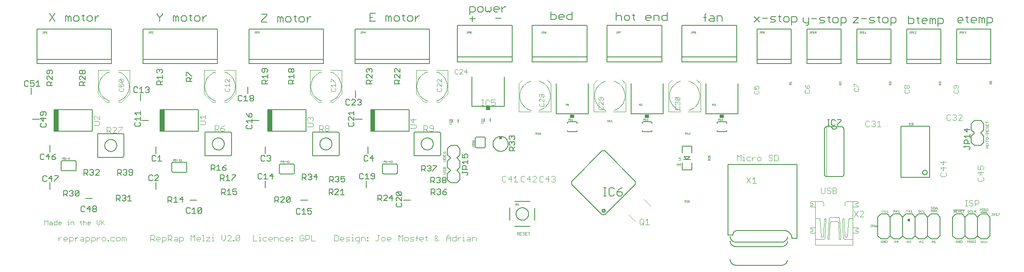
<source format=gto>
G75*
G70*
%OFA0B0*%
%FSLAX24Y24*%
%IPPOS*%
%LPD*%
%AMOC8*
5,1,8,0,0,1.08239X$1,22.5*
%
%ADD10C,0.0040*%
%ADD11C,0.0060*%
%ADD12C,0.0020*%
%ADD13C,0.0030*%
%ADD14C,0.0080*%
%ADD15C,0.0010*%
%ADD16C,0.0050*%
%ADD17R,0.0340X0.0300*%
%ADD18C,0.0100*%
%ADD19R,0.0200X0.0200*%
%ADD20R,0.0240X0.0230*%
D10*
X007327Y002329D02*
X007327Y002789D01*
X007557Y002789D01*
X007633Y002713D01*
X007633Y002559D01*
X007557Y002483D01*
X007327Y002483D01*
X007173Y002636D02*
X006866Y002636D01*
X006866Y002713D02*
X006943Y002789D01*
X007096Y002789D01*
X007173Y002713D01*
X007173Y002636D01*
X007096Y002483D02*
X006943Y002483D01*
X006866Y002559D01*
X006866Y002713D01*
X006713Y002789D02*
X006636Y002789D01*
X006483Y002636D01*
X006483Y002483D02*
X006483Y002789D01*
X007787Y002789D02*
X007787Y002483D01*
X007787Y002636D02*
X007940Y002789D01*
X008017Y002789D01*
X008247Y002789D02*
X008401Y002789D01*
X008478Y002713D01*
X008478Y002483D01*
X008247Y002483D01*
X008171Y002559D01*
X008247Y002636D01*
X008478Y002636D01*
X008631Y002789D02*
X008861Y002789D01*
X008938Y002713D01*
X008938Y002559D01*
X008861Y002483D01*
X008631Y002483D01*
X008631Y002329D02*
X008631Y002789D01*
X009091Y002789D02*
X009322Y002789D01*
X009398Y002713D01*
X009398Y002559D01*
X009322Y002483D01*
X009091Y002483D01*
X009091Y002329D02*
X009091Y002789D01*
X009552Y002789D02*
X009552Y002483D01*
X009552Y002636D02*
X009705Y002789D01*
X009782Y002789D01*
X009935Y002713D02*
X009935Y002559D01*
X010012Y002483D01*
X010166Y002483D01*
X010242Y002559D01*
X010242Y002713D01*
X010166Y002789D01*
X010012Y002789D01*
X009935Y002713D01*
X010396Y002559D02*
X010473Y002559D01*
X010473Y002483D01*
X010396Y002483D01*
X010396Y002559D01*
X010626Y002559D02*
X010703Y002483D01*
X010933Y002483D01*
X011086Y002559D02*
X011163Y002483D01*
X011317Y002483D01*
X011393Y002559D01*
X011393Y002713D01*
X011317Y002789D01*
X011163Y002789D01*
X011086Y002713D01*
X011086Y002559D01*
X010933Y002789D02*
X010703Y002789D01*
X010626Y002713D01*
X010626Y002559D01*
X011547Y002483D02*
X011547Y002789D01*
X011624Y002789D01*
X011700Y002713D01*
X011777Y002789D01*
X011854Y002713D01*
X011854Y002483D01*
X011700Y002483D02*
X011700Y002713D01*
X013849Y002636D02*
X014079Y002636D01*
X014156Y002713D01*
X014156Y002866D01*
X014079Y002943D01*
X013849Y002943D01*
X013849Y002483D01*
X014002Y002636D02*
X014156Y002483D01*
X014309Y002559D02*
X014309Y002713D01*
X014386Y002789D01*
X014539Y002789D01*
X014616Y002713D01*
X014616Y002636D01*
X014309Y002636D01*
X014309Y002559D02*
X014386Y002483D01*
X014539Y002483D01*
X014770Y002483D02*
X015000Y002483D01*
X015076Y002559D01*
X015076Y002713D01*
X015000Y002789D01*
X014770Y002789D01*
X014770Y002329D01*
X015230Y002483D02*
X015230Y002943D01*
X015460Y002943D01*
X015537Y002866D01*
X015537Y002713D01*
X015460Y002636D01*
X015230Y002636D01*
X015383Y002636D02*
X015537Y002483D01*
X015690Y002559D02*
X015767Y002636D01*
X015997Y002636D01*
X015997Y002713D02*
X015997Y002483D01*
X015767Y002483D01*
X015690Y002559D01*
X015767Y002789D02*
X015921Y002789D01*
X015997Y002713D01*
X016151Y002789D02*
X016381Y002789D01*
X016458Y002713D01*
X016458Y002559D01*
X016381Y002483D01*
X016151Y002483D01*
X016151Y002329D02*
X016151Y002789D01*
X017072Y002943D02*
X017072Y002483D01*
X017378Y002483D02*
X017378Y002943D01*
X017225Y002789D01*
X017072Y002943D01*
X017532Y002713D02*
X017609Y002789D01*
X017762Y002789D01*
X017839Y002713D01*
X017839Y002636D01*
X017532Y002636D01*
X017532Y002559D02*
X017532Y002713D01*
X017532Y002559D02*
X017609Y002483D01*
X017762Y002483D01*
X017992Y002483D02*
X018146Y002483D01*
X018069Y002483D02*
X018069Y002943D01*
X017992Y002943D01*
X018299Y002789D02*
X018606Y002789D01*
X018299Y002483D01*
X018606Y002483D01*
X018760Y002483D02*
X018913Y002483D01*
X018836Y002483D02*
X018836Y002789D01*
X018760Y002789D01*
X018836Y002943D02*
X018836Y003020D01*
X019527Y002943D02*
X019527Y002636D01*
X019680Y002483D01*
X019834Y002636D01*
X019834Y002943D01*
X019987Y002866D02*
X020064Y002943D01*
X020218Y002943D01*
X020294Y002866D01*
X020294Y002789D01*
X019987Y002483D01*
X020294Y002483D01*
X020448Y002483D02*
X020524Y002483D01*
X020524Y002559D01*
X020448Y002559D01*
X020448Y002483D01*
X020678Y002559D02*
X020985Y002866D01*
X020985Y002559D01*
X020908Y002483D01*
X020755Y002483D01*
X020678Y002559D01*
X020678Y002866D01*
X020755Y002943D01*
X020908Y002943D01*
X020985Y002866D01*
X022059Y002943D02*
X022059Y002483D01*
X022366Y002483D01*
X022520Y002483D02*
X022673Y002483D01*
X022596Y002483D02*
X022596Y002789D01*
X022520Y002789D01*
X022596Y002943D02*
X022596Y003020D01*
X022826Y002713D02*
X022903Y002789D01*
X023133Y002789D01*
X023287Y002713D02*
X023364Y002789D01*
X023517Y002789D01*
X023594Y002713D01*
X023594Y002636D01*
X023287Y002636D01*
X023287Y002559D02*
X023287Y002713D01*
X023287Y002559D02*
X023364Y002483D01*
X023517Y002483D01*
X023747Y002483D02*
X023747Y002789D01*
X023977Y002789D01*
X024054Y002713D01*
X024054Y002483D01*
X024208Y002559D02*
X024208Y002713D01*
X024284Y002789D01*
X024515Y002789D01*
X024668Y002713D02*
X024745Y002789D01*
X024898Y002789D01*
X024975Y002713D01*
X024975Y002636D01*
X024668Y002636D01*
X024668Y002559D02*
X024668Y002713D01*
X024668Y002559D02*
X024745Y002483D01*
X024898Y002483D01*
X025128Y002483D02*
X025128Y002559D01*
X025205Y002559D01*
X025205Y002483D01*
X025128Y002483D01*
X025128Y002713D02*
X025128Y002789D01*
X025205Y002789D01*
X025205Y002713D01*
X025128Y002713D01*
X024515Y002483D02*
X024284Y002483D01*
X024208Y002559D01*
X025819Y002559D02*
X025896Y002483D01*
X026049Y002483D01*
X026126Y002559D01*
X026126Y002713D01*
X025972Y002713D01*
X025819Y002866D02*
X025819Y002559D01*
X026279Y002483D02*
X026279Y002943D01*
X026510Y002943D01*
X026586Y002866D01*
X026586Y002713D01*
X026510Y002636D01*
X026279Y002636D01*
X026126Y002866D02*
X026049Y002943D01*
X025896Y002943D01*
X025819Y002866D01*
X026740Y002943D02*
X026740Y002483D01*
X027047Y002483D01*
X028581Y002483D02*
X028581Y002943D01*
X028812Y002943D01*
X028888Y002866D01*
X028888Y002559D01*
X028812Y002483D01*
X028581Y002483D01*
X029042Y002559D02*
X029042Y002713D01*
X029118Y002789D01*
X029272Y002789D01*
X029349Y002713D01*
X029349Y002636D01*
X029042Y002636D01*
X029042Y002559D02*
X029118Y002483D01*
X029272Y002483D01*
X029502Y002483D02*
X029732Y002483D01*
X029809Y002559D01*
X029732Y002636D01*
X029579Y002636D01*
X029502Y002713D01*
X029579Y002789D01*
X029809Y002789D01*
X029963Y002789D02*
X030039Y002789D01*
X030039Y002483D01*
X029963Y002483D02*
X030116Y002483D01*
X030269Y002559D02*
X030269Y002713D01*
X030346Y002789D01*
X030576Y002789D01*
X030576Y002406D01*
X030500Y002329D01*
X030423Y002329D01*
X030346Y002483D02*
X030576Y002483D01*
X030730Y002483D02*
X030730Y002789D01*
X030960Y002789D01*
X031037Y002713D01*
X031037Y002483D01*
X031190Y002483D02*
X031190Y002559D01*
X031267Y002559D01*
X031267Y002483D01*
X031190Y002483D01*
X031190Y002713D02*
X031190Y002789D01*
X031267Y002789D01*
X031267Y002713D01*
X031190Y002713D01*
X031881Y002559D02*
X031958Y002483D01*
X032034Y002483D01*
X032111Y002559D01*
X032111Y002943D01*
X032034Y002943D02*
X032188Y002943D01*
X032418Y002789D02*
X032341Y002713D01*
X032341Y002559D01*
X032418Y002483D01*
X032571Y002483D01*
X032648Y002559D01*
X032648Y002713D01*
X032571Y002789D01*
X032418Y002789D01*
X032802Y002713D02*
X032802Y002559D01*
X032878Y002483D01*
X033032Y002483D01*
X033109Y002636D02*
X032802Y002636D01*
X032802Y002713D02*
X032878Y002789D01*
X033032Y002789D01*
X033109Y002713D01*
X033109Y002636D01*
X033722Y002483D02*
X033722Y002943D01*
X033876Y002789D01*
X034029Y002943D01*
X034029Y002483D01*
X034183Y002559D02*
X034260Y002483D01*
X034413Y002483D01*
X034490Y002559D01*
X034490Y002713D01*
X034413Y002789D01*
X034260Y002789D01*
X034183Y002713D01*
X034183Y002559D01*
X034643Y002483D02*
X034873Y002483D01*
X034950Y002559D01*
X034873Y002636D01*
X034720Y002636D01*
X034643Y002713D01*
X034720Y002789D01*
X034950Y002789D01*
X035104Y002713D02*
X035257Y002713D01*
X035410Y002713D02*
X035410Y002559D01*
X035487Y002483D01*
X035641Y002483D01*
X035717Y002636D02*
X035410Y002636D01*
X035410Y002713D02*
X035487Y002789D01*
X035641Y002789D01*
X035717Y002713D01*
X035717Y002636D01*
X035871Y002789D02*
X036024Y002789D01*
X035948Y002866D02*
X035948Y002559D01*
X036024Y002483D01*
X036638Y002559D02*
X036638Y002636D01*
X036792Y002789D01*
X036792Y002866D01*
X036715Y002943D01*
X036638Y002866D01*
X036638Y002789D01*
X036945Y002483D01*
X036945Y002636D02*
X036792Y002483D01*
X036715Y002483D01*
X036638Y002559D01*
X037559Y002483D02*
X037559Y002789D01*
X037712Y002943D01*
X037866Y002789D01*
X037866Y002483D01*
X038019Y002559D02*
X038019Y002713D01*
X038096Y002789D01*
X038326Y002789D01*
X038480Y002789D02*
X038480Y002483D01*
X038480Y002636D02*
X038633Y002789D01*
X038710Y002789D01*
X038863Y002789D02*
X038940Y002789D01*
X038940Y002483D01*
X038863Y002483D02*
X039017Y002483D01*
X039170Y002559D02*
X039247Y002636D01*
X039477Y002636D01*
X039477Y002713D02*
X039477Y002483D01*
X039247Y002483D01*
X039170Y002559D01*
X039247Y002789D02*
X039401Y002789D01*
X039477Y002713D01*
X039631Y002789D02*
X039861Y002789D01*
X039938Y002713D01*
X039938Y002483D01*
X039631Y002483D02*
X039631Y002789D01*
X038940Y002943D02*
X038940Y003020D01*
X038326Y002943D02*
X038326Y002483D01*
X038096Y002483D01*
X038019Y002559D01*
X037866Y002713D02*
X037559Y002713D01*
X035257Y002943D02*
X035180Y002866D01*
X035180Y002483D01*
X030346Y002483D02*
X030269Y002559D01*
X030039Y002943D02*
X030039Y003020D01*
X023133Y002483D02*
X022903Y002483D01*
X022826Y002559D01*
X022826Y002713D01*
X042045Y007309D02*
X042122Y007233D01*
X042275Y007233D01*
X042352Y007309D01*
X042505Y007463D02*
X042812Y007463D01*
X042966Y007539D02*
X043119Y007693D01*
X043119Y007233D01*
X042966Y007233D02*
X043273Y007233D01*
X043545Y007309D02*
X043622Y007233D01*
X043775Y007233D01*
X043852Y007309D01*
X044005Y007463D02*
X044312Y007463D01*
X044466Y007616D02*
X044543Y007693D01*
X044696Y007693D01*
X044773Y007616D01*
X044773Y007539D01*
X044466Y007233D01*
X044773Y007233D01*
X045039Y007309D02*
X045116Y007233D01*
X045269Y007233D01*
X045346Y007309D01*
X045499Y007463D02*
X045806Y007463D01*
X045960Y007616D02*
X046036Y007693D01*
X046190Y007693D01*
X046267Y007616D01*
X046267Y007539D01*
X046190Y007463D01*
X046267Y007386D01*
X046267Y007309D01*
X046190Y007233D01*
X046036Y007233D01*
X045960Y007309D01*
X046113Y007463D02*
X046190Y007463D01*
X045729Y007233D02*
X045729Y007693D01*
X045499Y007463D01*
X045346Y007616D02*
X045269Y007693D01*
X045116Y007693D01*
X045039Y007616D01*
X045039Y007309D01*
X044236Y007233D02*
X044236Y007693D01*
X044005Y007463D01*
X043852Y007616D02*
X043775Y007693D01*
X043622Y007693D01*
X043545Y007616D01*
X043545Y007309D01*
X042736Y007233D02*
X042736Y007693D01*
X042505Y007463D01*
X042352Y007616D02*
X042275Y007693D01*
X042122Y007693D01*
X042045Y007616D01*
X042045Y007309D01*
X052173Y004602D02*
X052702Y004073D01*
X053070Y004178D02*
X053147Y004254D01*
X053300Y004254D01*
X053377Y004178D01*
X053377Y003871D01*
X053300Y003794D01*
X053147Y003794D01*
X053070Y003871D01*
X053070Y004178D01*
X053224Y003947D02*
X053377Y003794D01*
X053531Y003794D02*
X053838Y003794D01*
X053684Y003794D02*
X053684Y004254D01*
X053531Y004101D01*
X053927Y005298D02*
X053398Y005827D01*
X061627Y007119D02*
X061934Y007579D01*
X062087Y007426D02*
X062241Y007579D01*
X062241Y007119D01*
X062394Y007119D02*
X062087Y007119D01*
X061934Y007119D02*
X061627Y007579D01*
X061702Y008920D02*
X061932Y008920D01*
X062085Y008920D02*
X062085Y009227D01*
X061932Y009227D02*
X061702Y009227D01*
X061625Y009150D01*
X061625Y008997D01*
X061702Y008920D01*
X061471Y008920D02*
X061318Y008920D01*
X061395Y008920D02*
X061395Y009227D01*
X061318Y009227D01*
X061395Y009380D02*
X061395Y009457D01*
X061164Y009380D02*
X061011Y009227D01*
X060858Y009380D01*
X060858Y008920D01*
X061164Y008920D02*
X061164Y009380D01*
X062085Y009073D02*
X062239Y009227D01*
X062315Y009227D01*
X062469Y009150D02*
X062469Y008997D01*
X062546Y008920D01*
X062699Y008920D01*
X062776Y008997D01*
X062776Y009150D01*
X062699Y009227D01*
X062546Y009227D01*
X062469Y009150D01*
X063390Y009227D02*
X063390Y009304D01*
X063466Y009380D01*
X063620Y009380D01*
X063697Y009304D01*
X063850Y009380D02*
X064080Y009380D01*
X064157Y009304D01*
X064157Y008997D01*
X064080Y008920D01*
X063850Y008920D01*
X063850Y009380D01*
X063620Y009150D02*
X063697Y009073D01*
X063697Y008997D01*
X063620Y008920D01*
X063466Y008920D01*
X063390Y008997D01*
X063466Y009150D02*
X063620Y009150D01*
X063466Y009150D02*
X063390Y009227D01*
X067608Y006755D02*
X067608Y006372D01*
X067684Y006295D01*
X067838Y006295D01*
X067914Y006372D01*
X067914Y006755D01*
X068068Y006679D02*
X068068Y006602D01*
X068145Y006525D01*
X068298Y006525D01*
X068375Y006448D01*
X068375Y006372D01*
X068298Y006295D01*
X068145Y006295D01*
X068068Y006372D01*
X068528Y006295D02*
X068758Y006295D01*
X068835Y006372D01*
X068835Y006448D01*
X068758Y006525D01*
X068528Y006525D01*
X068375Y006679D02*
X068298Y006755D01*
X068145Y006755D01*
X068068Y006679D01*
X068528Y006755D02*
X068758Y006755D01*
X068835Y006679D01*
X068835Y006602D01*
X068758Y006525D01*
X068528Y006295D02*
X068528Y006755D01*
X067648Y005654D02*
X067152Y005654D01*
X067152Y002150D01*
X070149Y002150D01*
X070149Y003574D01*
X070518Y003574D01*
X070519Y003574D02*
X070532Y003573D01*
X070545Y003568D01*
X070557Y003561D01*
X070567Y003551D01*
X070574Y003539D01*
X070579Y003526D01*
X070580Y003513D01*
X070579Y003513D02*
X070579Y003513D01*
X070577Y003498D01*
X070572Y003484D01*
X070565Y003472D01*
X070554Y003461D01*
X070542Y003454D01*
X070528Y003449D01*
X070513Y003447D01*
X070452Y003447D01*
X070452Y003446D02*
X070435Y003444D01*
X070418Y003439D01*
X070403Y003431D01*
X070390Y003420D01*
X070379Y003407D01*
X070371Y003392D01*
X070366Y003375D01*
X070364Y003358D01*
X070364Y003347D01*
X070366Y003330D01*
X070371Y003313D01*
X070379Y003298D01*
X070390Y003285D01*
X070403Y003274D01*
X070418Y003266D01*
X070435Y003261D01*
X070452Y003259D01*
X070518Y003259D01*
X070532Y003257D01*
X070544Y003253D01*
X070556Y003246D01*
X070566Y003236D01*
X070573Y003224D01*
X070577Y003212D01*
X070579Y003198D01*
X070577Y003183D01*
X070572Y003169D01*
X070565Y003157D01*
X070554Y003146D01*
X070542Y003139D01*
X070528Y003134D01*
X070513Y003132D01*
X070171Y003132D01*
X069713Y002895D02*
X069801Y004236D01*
X069803Y004248D01*
X069809Y004259D01*
X069817Y004268D01*
X069827Y004275D01*
X069838Y004279D01*
X069850Y004280D01*
X069851Y004280D02*
X070127Y004280D01*
X070249Y004420D02*
X070556Y004880D01*
X070710Y004804D02*
X070786Y004880D01*
X070940Y004880D01*
X071017Y004804D01*
X071017Y004727D01*
X070710Y004420D01*
X071017Y004420D01*
X070556Y004420D02*
X070249Y004880D01*
X070171Y005213D02*
X070513Y005213D01*
X070528Y005215D01*
X070542Y005220D01*
X070554Y005227D01*
X070565Y005238D01*
X070572Y005250D01*
X070577Y005264D01*
X070579Y005279D01*
X070577Y005293D01*
X070573Y005305D01*
X070566Y005317D01*
X070556Y005327D01*
X070544Y005334D01*
X070532Y005338D01*
X070518Y005340D01*
X070452Y005340D01*
X070435Y005342D01*
X070418Y005347D01*
X070403Y005355D01*
X070390Y005366D01*
X070379Y005379D01*
X070371Y005394D01*
X070366Y005411D01*
X070364Y005428D01*
X070364Y005439D01*
X070366Y005456D01*
X070371Y005473D01*
X070379Y005488D01*
X070390Y005501D01*
X070403Y005512D01*
X070418Y005520D01*
X070435Y005525D01*
X070452Y005527D01*
X070513Y005527D01*
X070513Y005528D02*
X070528Y005530D01*
X070542Y005535D01*
X070554Y005542D01*
X070565Y005553D01*
X070572Y005565D01*
X070577Y005579D01*
X070579Y005594D01*
X070579Y005594D01*
X070580Y005594D02*
X070579Y005607D01*
X070574Y005620D01*
X070567Y005632D01*
X070557Y005642D01*
X070545Y005649D01*
X070532Y005654D01*
X070519Y005655D01*
X070518Y005654D02*
X070149Y005654D01*
X070149Y003574D01*
X069519Y002889D02*
X069431Y004225D01*
X069429Y004239D01*
X069423Y004251D01*
X069414Y004263D01*
X069404Y004271D01*
X069391Y004277D01*
X069377Y004280D01*
X069363Y004279D01*
X069350Y004275D01*
X069338Y004268D01*
X069328Y004258D01*
X069320Y004247D01*
X069316Y004233D01*
X069315Y004219D01*
X069381Y002773D01*
X069381Y002757D01*
X069383Y002735D01*
X069388Y002714D01*
X069396Y002694D01*
X069407Y002676D01*
X069421Y002659D01*
X069438Y002645D01*
X069456Y002634D01*
X069476Y002626D01*
X069497Y002621D01*
X069519Y002619D01*
X070127Y002619D01*
X069713Y002895D02*
X069711Y002877D01*
X069706Y002859D01*
X069697Y002843D01*
X069685Y002828D01*
X069671Y002816D01*
X069655Y002807D01*
X069637Y002801D01*
X069619Y002799D01*
X069600Y002800D01*
X069582Y002805D01*
X069566Y002813D01*
X069551Y002824D01*
X069538Y002838D01*
X069529Y002854D01*
X069522Y002871D01*
X069519Y002890D01*
X069161Y002679D02*
X069078Y004252D01*
X069076Y004275D01*
X069071Y004296D01*
X069062Y004317D01*
X069050Y004337D01*
X069036Y004354D01*
X069019Y004368D01*
X068999Y004380D01*
X068978Y004389D01*
X068957Y004394D01*
X068934Y004396D01*
X068355Y004396D01*
X068334Y004394D01*
X068314Y004389D01*
X068295Y004381D01*
X068277Y004371D01*
X068261Y004357D01*
X068247Y004341D01*
X068237Y004323D01*
X068229Y004304D01*
X068224Y004284D01*
X068222Y004263D01*
X068222Y004264D02*
X068140Y002679D01*
X068139Y002680D02*
X068140Y002666D01*
X068145Y002653D01*
X068153Y002642D01*
X068163Y002633D01*
X068176Y002627D01*
X068189Y002624D01*
X068203Y002625D01*
X068216Y002630D01*
X068227Y002638D01*
X068236Y002648D01*
X068242Y002661D01*
X068245Y002674D01*
X068244Y002674D02*
X068311Y003899D01*
X068313Y003923D01*
X068318Y003947D01*
X068326Y003970D01*
X068338Y003991D01*
X068353Y004011D01*
X068370Y004028D01*
X068390Y004043D01*
X068411Y004055D01*
X068434Y004063D01*
X068458Y004068D01*
X068482Y004070D01*
X068829Y004070D01*
X068829Y004071D02*
X068853Y004069D01*
X068876Y004064D01*
X068898Y004056D01*
X068919Y004045D01*
X068938Y004030D01*
X068954Y004014D01*
X068969Y003995D01*
X068980Y003974D01*
X068988Y003952D01*
X068993Y003929D01*
X068995Y003905D01*
X068995Y003877D01*
X069050Y002679D01*
X069052Y002666D01*
X069058Y002653D01*
X069067Y002642D01*
X069078Y002634D01*
X069091Y002629D01*
X069105Y002627D01*
X069119Y002629D01*
X069132Y002634D01*
X069143Y002642D01*
X069152Y002653D01*
X069158Y002666D01*
X069160Y002679D01*
X067919Y002757D02*
X067919Y002773D01*
X067985Y004219D01*
X067984Y004233D01*
X067980Y004247D01*
X067972Y004258D01*
X067962Y004268D01*
X067950Y004275D01*
X067937Y004279D01*
X067923Y004280D01*
X067909Y004277D01*
X067896Y004271D01*
X067886Y004263D01*
X067877Y004251D01*
X067871Y004239D01*
X067869Y004225D01*
X067781Y002889D01*
X067781Y002890D02*
X067778Y002871D01*
X067771Y002854D01*
X067762Y002838D01*
X067749Y002824D01*
X067734Y002813D01*
X067718Y002805D01*
X067700Y002800D01*
X067681Y002799D01*
X067663Y002801D01*
X067645Y002807D01*
X067629Y002816D01*
X067615Y002828D01*
X067603Y002843D01*
X067594Y002859D01*
X067589Y002877D01*
X067587Y002895D01*
X067588Y002895D02*
X067499Y004236D01*
X067497Y004248D01*
X067491Y004259D01*
X067483Y004268D01*
X067473Y004275D01*
X067462Y004279D01*
X067450Y004280D01*
X067174Y004280D01*
X067130Y003574D02*
X066787Y003574D01*
X066787Y003573D02*
X066772Y003571D01*
X066758Y003566D01*
X066746Y003559D01*
X066735Y003548D01*
X066728Y003536D01*
X066723Y003522D01*
X066721Y003507D01*
X066723Y003493D01*
X066727Y003481D01*
X066734Y003469D01*
X066744Y003459D01*
X066756Y003452D01*
X066768Y003448D01*
X066782Y003446D01*
X066782Y003447D02*
X066848Y003447D01*
X066848Y003446D02*
X066865Y003444D01*
X066882Y003439D01*
X066897Y003431D01*
X066910Y003420D01*
X066921Y003407D01*
X066929Y003392D01*
X066934Y003375D01*
X066936Y003358D01*
X066936Y003347D01*
X066934Y003330D01*
X066929Y003313D01*
X066921Y003298D01*
X066910Y003285D01*
X066897Y003274D01*
X066882Y003266D01*
X066865Y003261D01*
X066848Y003259D01*
X066787Y003259D01*
X066772Y003257D01*
X066758Y003252D01*
X066746Y003245D01*
X066735Y003234D01*
X066728Y003222D01*
X066723Y003208D01*
X066721Y003193D01*
X066721Y003193D01*
X066722Y003180D01*
X066727Y003167D01*
X066734Y003155D01*
X066744Y003145D01*
X066756Y003138D01*
X066769Y003133D01*
X066782Y003132D01*
X067152Y003132D01*
X067174Y002619D02*
X067781Y002619D01*
X067803Y002621D01*
X067824Y002626D01*
X067844Y002634D01*
X067862Y002645D01*
X067879Y002659D01*
X067893Y002676D01*
X067904Y002694D01*
X067912Y002714D01*
X067917Y002735D01*
X067919Y002757D01*
X067152Y005213D02*
X066782Y005213D01*
X066782Y005212D02*
X066769Y005214D01*
X066756Y005218D01*
X066744Y005225D01*
X066734Y005235D01*
X066727Y005247D01*
X066722Y005260D01*
X066721Y005273D01*
X066721Y005274D02*
X066721Y005274D01*
X066723Y005289D01*
X066728Y005303D01*
X066735Y005315D01*
X066746Y005326D01*
X066758Y005333D01*
X066772Y005338D01*
X066787Y005340D01*
X066848Y005340D01*
X066865Y005342D01*
X066882Y005347D01*
X066897Y005355D01*
X066910Y005366D01*
X066921Y005379D01*
X066929Y005394D01*
X066934Y005411D01*
X066936Y005428D01*
X066936Y005439D01*
X066934Y005456D01*
X066929Y005473D01*
X066921Y005488D01*
X066910Y005501D01*
X066897Y005512D01*
X066882Y005520D01*
X066865Y005525D01*
X066848Y005527D01*
X066782Y005527D01*
X066768Y005529D01*
X066756Y005533D01*
X066744Y005540D01*
X066734Y005550D01*
X066727Y005562D01*
X066723Y005574D01*
X066721Y005588D01*
X066723Y005603D01*
X066728Y005617D01*
X066735Y005629D01*
X066746Y005640D01*
X066758Y005647D01*
X066772Y005652D01*
X066787Y005654D01*
X067157Y005654D01*
X067648Y005654D02*
X067670Y005652D01*
X067692Y005647D01*
X067713Y005638D01*
X067732Y005627D01*
X067749Y005612D01*
X067764Y005595D01*
X067775Y005576D01*
X067784Y005555D01*
X067789Y005533D01*
X067791Y005511D01*
X067792Y005511D02*
X067792Y005301D01*
X069508Y005285D02*
X069508Y005516D01*
X069510Y005538D01*
X069515Y005559D01*
X069523Y005579D01*
X069534Y005597D01*
X069548Y005614D01*
X069565Y005628D01*
X069583Y005639D01*
X069603Y005647D01*
X069624Y005652D01*
X069646Y005654D01*
X070149Y005654D01*
X077170Y007747D02*
X077246Y007670D01*
X077553Y007670D01*
X077630Y007747D01*
X077630Y007900D01*
X077553Y007977D01*
X077400Y008130D02*
X077400Y008437D01*
X077400Y008591D02*
X077400Y008898D01*
X077630Y008821D02*
X077170Y008821D01*
X077400Y008591D01*
X077630Y008361D02*
X077170Y008361D01*
X077400Y008130D01*
X077246Y007977D02*
X077170Y007900D01*
X077170Y007747D01*
X080170Y007519D02*
X080170Y007366D01*
X080246Y007289D01*
X080553Y007289D01*
X080630Y007366D01*
X080630Y007519D01*
X080553Y007596D01*
X080400Y007749D02*
X080400Y008056D01*
X080400Y008210D02*
X080170Y008210D01*
X080170Y008517D01*
X080323Y008440D02*
X080400Y008517D01*
X080553Y008517D01*
X080630Y008440D01*
X080630Y008286D01*
X080553Y008210D01*
X080400Y008210D02*
X080323Y008363D01*
X080323Y008440D01*
X080170Y007979D02*
X080400Y007749D01*
X080246Y007596D02*
X080170Y007519D01*
X080170Y007979D02*
X080630Y007979D01*
X080168Y005755D02*
X080244Y005679D01*
X080244Y005525D01*
X080168Y005448D01*
X079937Y005448D01*
X079937Y005295D02*
X079937Y005755D01*
X080168Y005755D01*
X079784Y005679D02*
X079707Y005755D01*
X079554Y005755D01*
X079477Y005679D01*
X079477Y005602D01*
X079554Y005525D01*
X079707Y005525D01*
X079784Y005448D01*
X079784Y005372D01*
X079707Y005295D01*
X079554Y005295D01*
X079477Y005372D01*
X079323Y005295D02*
X079170Y005295D01*
X079247Y005295D02*
X079247Y005755D01*
X079323Y005755D02*
X079170Y005755D01*
X072398Y011670D02*
X072091Y011670D01*
X072244Y011670D02*
X072244Y012130D01*
X072091Y011977D01*
X071937Y011977D02*
X071861Y011900D01*
X071937Y011823D01*
X071937Y011747D01*
X071861Y011670D01*
X071707Y011670D01*
X071630Y011747D01*
X071477Y011747D02*
X071400Y011670D01*
X071247Y011670D01*
X071170Y011747D01*
X071170Y012054D01*
X071247Y012130D01*
X071400Y012130D01*
X071477Y012054D01*
X071630Y012054D02*
X071707Y012130D01*
X071861Y012130D01*
X071937Y012054D01*
X071937Y011977D01*
X071861Y011900D02*
X071784Y011900D01*
X077670Y012247D02*
X077747Y012170D01*
X077900Y012170D01*
X077977Y012247D01*
X078130Y012247D02*
X078207Y012170D01*
X078361Y012170D01*
X078437Y012247D01*
X078437Y012323D01*
X078361Y012400D01*
X078284Y012400D01*
X078361Y012400D02*
X078437Y012477D01*
X078437Y012554D01*
X078361Y012630D01*
X078207Y012630D01*
X078130Y012554D01*
X077977Y012554D02*
X077900Y012630D01*
X077747Y012630D01*
X077670Y012554D01*
X077670Y012247D01*
X078591Y012170D02*
X078898Y012477D01*
X078898Y012554D01*
X078821Y012630D01*
X078668Y012630D01*
X078591Y012554D01*
X078591Y012170D02*
X078898Y012170D01*
X057930Y012870D02*
X056926Y012870D01*
X056335Y012870D02*
X055370Y012870D01*
X055370Y015115D01*
X055685Y015430D01*
X057615Y015430D02*
X057930Y015115D01*
X057930Y012870D01*
X056985Y012979D02*
X057051Y013000D01*
X057115Y013025D01*
X057178Y013053D01*
X057240Y013084D01*
X057300Y013119D01*
X057357Y013158D01*
X057412Y013200D01*
X057465Y013244D01*
X057515Y013292D01*
X057563Y013342D01*
X057607Y013395D01*
X057649Y013451D01*
X057687Y013509D01*
X057722Y013568D01*
X057753Y013630D01*
X057781Y013693D01*
X057805Y013758D01*
X057825Y013824D01*
X057842Y013891D01*
X057855Y013959D01*
X057864Y014028D01*
X057869Y014097D01*
X057870Y014166D01*
X057867Y014235D01*
X057860Y014304D01*
X057850Y014373D01*
X057835Y014440D01*
X057817Y014507D01*
X057795Y014573D01*
X057769Y014637D01*
X057740Y014699D01*
X057707Y014760D01*
X057670Y014819D01*
X057631Y014876D01*
X057588Y014930D01*
X057542Y014982D01*
X057494Y015032D01*
X057442Y015078D01*
X057388Y015121D01*
X057332Y015162D01*
X057274Y015198D01*
X057213Y015232D01*
X057151Y015262D01*
X057087Y015289D01*
X057021Y015312D01*
X056955Y015331D01*
X056315Y015321D02*
X056249Y015300D01*
X056185Y015275D01*
X056122Y015247D01*
X056060Y015216D01*
X056000Y015181D01*
X055943Y015142D01*
X055888Y015100D01*
X055835Y015056D01*
X055785Y015008D01*
X055737Y014958D01*
X055693Y014905D01*
X055651Y014849D01*
X055613Y014791D01*
X055578Y014732D01*
X055547Y014670D01*
X055519Y014607D01*
X055495Y014542D01*
X055475Y014476D01*
X055458Y014409D01*
X055445Y014341D01*
X055436Y014272D01*
X055431Y014203D01*
X055430Y014134D01*
X055433Y014065D01*
X055440Y013996D01*
X055450Y013927D01*
X055465Y013860D01*
X055483Y013793D01*
X055505Y013727D01*
X055531Y013663D01*
X055560Y013601D01*
X055593Y013540D01*
X055630Y013481D01*
X055669Y013424D01*
X055712Y013370D01*
X055758Y013318D01*
X055806Y013268D01*
X055858Y013222D01*
X055912Y013179D01*
X055968Y013138D01*
X056026Y013102D01*
X056087Y013068D01*
X056149Y013038D01*
X056213Y013011D01*
X056279Y012988D01*
X056345Y012969D01*
X051930Y012870D02*
X050926Y012870D01*
X050335Y012870D02*
X049370Y012870D01*
X049370Y015115D01*
X049685Y015430D01*
X051615Y015430D02*
X051930Y015115D01*
X051930Y012870D01*
X050985Y012979D02*
X051051Y013000D01*
X051115Y013025D01*
X051178Y013053D01*
X051240Y013084D01*
X051300Y013119D01*
X051357Y013158D01*
X051412Y013200D01*
X051465Y013244D01*
X051515Y013292D01*
X051563Y013342D01*
X051607Y013395D01*
X051649Y013451D01*
X051687Y013509D01*
X051722Y013568D01*
X051753Y013630D01*
X051781Y013693D01*
X051805Y013758D01*
X051825Y013824D01*
X051842Y013891D01*
X051855Y013959D01*
X051864Y014028D01*
X051869Y014097D01*
X051870Y014166D01*
X051867Y014235D01*
X051860Y014304D01*
X051850Y014373D01*
X051835Y014440D01*
X051817Y014507D01*
X051795Y014573D01*
X051769Y014637D01*
X051740Y014699D01*
X051707Y014760D01*
X051670Y014819D01*
X051631Y014876D01*
X051588Y014930D01*
X051542Y014982D01*
X051494Y015032D01*
X051442Y015078D01*
X051388Y015121D01*
X051332Y015162D01*
X051274Y015198D01*
X051213Y015232D01*
X051151Y015262D01*
X051087Y015289D01*
X051021Y015312D01*
X050955Y015331D01*
X050315Y015321D02*
X050249Y015300D01*
X050185Y015275D01*
X050122Y015247D01*
X050060Y015216D01*
X050000Y015181D01*
X049943Y015142D01*
X049888Y015100D01*
X049835Y015056D01*
X049785Y015008D01*
X049737Y014958D01*
X049693Y014905D01*
X049651Y014849D01*
X049613Y014791D01*
X049578Y014732D01*
X049547Y014670D01*
X049519Y014607D01*
X049495Y014542D01*
X049475Y014476D01*
X049458Y014409D01*
X049445Y014341D01*
X049436Y014272D01*
X049431Y014203D01*
X049430Y014134D01*
X049433Y014065D01*
X049440Y013996D01*
X049450Y013927D01*
X049465Y013860D01*
X049483Y013793D01*
X049505Y013727D01*
X049531Y013663D01*
X049560Y013601D01*
X049593Y013540D01*
X049630Y013481D01*
X049669Y013424D01*
X049712Y013370D01*
X049758Y013318D01*
X049806Y013268D01*
X049858Y013222D01*
X049912Y013179D01*
X049968Y013138D01*
X050026Y013102D01*
X050087Y013068D01*
X050149Y013038D01*
X050213Y013011D01*
X050279Y012988D01*
X050345Y012969D01*
X045930Y012870D02*
X044926Y012870D01*
X044335Y012870D02*
X043370Y012870D01*
X043370Y015115D01*
X043685Y015430D01*
X045615Y015430D02*
X045930Y015115D01*
X045930Y012870D01*
X044985Y012979D02*
X045051Y013000D01*
X045115Y013025D01*
X045178Y013053D01*
X045240Y013084D01*
X045300Y013119D01*
X045357Y013158D01*
X045412Y013200D01*
X045465Y013244D01*
X045515Y013292D01*
X045563Y013342D01*
X045607Y013395D01*
X045649Y013451D01*
X045687Y013509D01*
X045722Y013568D01*
X045753Y013630D01*
X045781Y013693D01*
X045805Y013758D01*
X045825Y013824D01*
X045842Y013891D01*
X045855Y013959D01*
X045864Y014028D01*
X045869Y014097D01*
X045870Y014166D01*
X045867Y014235D01*
X045860Y014304D01*
X045850Y014373D01*
X045835Y014440D01*
X045817Y014507D01*
X045795Y014573D01*
X045769Y014637D01*
X045740Y014699D01*
X045707Y014760D01*
X045670Y014819D01*
X045631Y014876D01*
X045588Y014930D01*
X045542Y014982D01*
X045494Y015032D01*
X045442Y015078D01*
X045388Y015121D01*
X045332Y015162D01*
X045274Y015198D01*
X045213Y015232D01*
X045151Y015262D01*
X045087Y015289D01*
X045021Y015312D01*
X044955Y015331D01*
X044315Y015321D02*
X044249Y015300D01*
X044185Y015275D01*
X044122Y015247D01*
X044060Y015216D01*
X044000Y015181D01*
X043943Y015142D01*
X043888Y015100D01*
X043835Y015056D01*
X043785Y015008D01*
X043737Y014958D01*
X043693Y014905D01*
X043651Y014849D01*
X043613Y014791D01*
X043578Y014732D01*
X043547Y014670D01*
X043519Y014607D01*
X043495Y014542D01*
X043475Y014476D01*
X043458Y014409D01*
X043445Y014341D01*
X043436Y014272D01*
X043431Y014203D01*
X043430Y014134D01*
X043433Y014065D01*
X043440Y013996D01*
X043450Y013927D01*
X043465Y013860D01*
X043483Y013793D01*
X043505Y013727D01*
X043531Y013663D01*
X043560Y013601D01*
X043593Y013540D01*
X043630Y013481D01*
X043669Y013424D01*
X043712Y013370D01*
X043758Y013318D01*
X043806Y013268D01*
X043858Y013222D01*
X043912Y013179D01*
X043968Y013138D01*
X044026Y013102D01*
X044087Y013068D01*
X044149Y013038D01*
X044213Y013011D01*
X044279Y012988D01*
X044345Y012969D01*
X041454Y013434D02*
X041454Y013588D01*
X041377Y013664D01*
X041301Y013664D01*
X041147Y013588D01*
X041147Y013818D01*
X041454Y013818D01*
X040994Y013741D02*
X040917Y013818D01*
X040763Y013818D01*
X040687Y013741D01*
X040687Y013434D01*
X040763Y013358D01*
X040917Y013358D01*
X040994Y013434D01*
X041147Y013434D02*
X041224Y013358D01*
X041377Y013358D01*
X041454Y013434D01*
X040533Y013358D02*
X040380Y013358D01*
X040457Y013358D02*
X040457Y013818D01*
X040533Y013818D02*
X040380Y013818D01*
X037680Y014290D02*
X037010Y013620D01*
X036774Y013620D01*
X036026Y013620D02*
X035790Y013620D01*
X035120Y014290D01*
X035120Y016180D01*
X036026Y016180D01*
X036774Y016180D02*
X037680Y016180D01*
X037680Y014290D01*
X036026Y013739D02*
X035962Y013761D01*
X035899Y013788D01*
X035837Y013818D01*
X035778Y013851D01*
X035720Y013887D01*
X035664Y013927D01*
X035611Y013970D01*
X035560Y014015D01*
X035512Y014063D01*
X035467Y014114D01*
X035424Y014168D01*
X035385Y014224D01*
X035348Y014281D01*
X035315Y014341D01*
X035286Y014403D01*
X035260Y014466D01*
X035237Y014530D01*
X035218Y014596D01*
X035203Y014663D01*
X035192Y014730D01*
X035184Y014798D01*
X035180Y014866D01*
X035180Y014934D01*
X035184Y015002D01*
X035192Y015070D01*
X035203Y015137D01*
X035218Y015204D01*
X035237Y015270D01*
X035260Y015334D01*
X035286Y015397D01*
X035315Y015459D01*
X035348Y015519D01*
X035385Y015576D01*
X035424Y015632D01*
X035467Y015686D01*
X035512Y015737D01*
X035560Y015785D01*
X035611Y015830D01*
X035664Y015873D01*
X035720Y015913D01*
X035778Y015949D01*
X035837Y015982D01*
X035899Y016012D01*
X035962Y016039D01*
X036026Y016061D01*
X036774Y016061D02*
X036838Y016039D01*
X036901Y016012D01*
X036963Y015982D01*
X037022Y015949D01*
X037080Y015913D01*
X037136Y015873D01*
X037189Y015830D01*
X037240Y015785D01*
X037288Y015737D01*
X037333Y015686D01*
X037376Y015632D01*
X037415Y015576D01*
X037452Y015519D01*
X037485Y015459D01*
X037514Y015397D01*
X037540Y015334D01*
X037563Y015270D01*
X037582Y015204D01*
X037597Y015137D01*
X037608Y015070D01*
X037616Y015002D01*
X037620Y014934D01*
X037620Y014866D01*
X037616Y014798D01*
X037608Y014730D01*
X037597Y014663D01*
X037582Y014596D01*
X037563Y014530D01*
X037540Y014466D01*
X037514Y014403D01*
X037485Y014341D01*
X037452Y014281D01*
X037415Y014224D01*
X037376Y014168D01*
X037333Y014114D01*
X037288Y014063D01*
X037240Y014015D01*
X037189Y013970D01*
X037136Y013927D01*
X037080Y013887D01*
X037022Y013851D01*
X036963Y013818D01*
X036901Y013788D01*
X036838Y013761D01*
X036774Y013739D01*
X035125Y012210D02*
X034664Y012210D01*
X034894Y011979D01*
X034894Y012286D01*
X035048Y011826D02*
X034664Y011826D01*
X034664Y011519D02*
X035048Y011519D01*
X035125Y011596D01*
X035125Y011749D01*
X035048Y011826D01*
X035743Y011755D02*
X035973Y011755D01*
X036050Y011678D01*
X036050Y011525D01*
X035973Y011448D01*
X035743Y011448D01*
X035896Y011448D02*
X036050Y011295D01*
X036203Y011371D02*
X036280Y011295D01*
X036433Y011295D01*
X036510Y011371D01*
X036510Y011678D01*
X036433Y011755D01*
X036280Y011755D01*
X036203Y011678D01*
X036203Y011601D01*
X036280Y011525D01*
X036510Y011525D01*
X035743Y011295D02*
X035743Y011755D01*
X029180Y014290D02*
X028510Y013620D01*
X028274Y013620D01*
X027526Y013620D02*
X027290Y013620D01*
X026620Y014290D01*
X026620Y016180D01*
X027526Y016180D01*
X028274Y016180D02*
X029180Y016180D01*
X029180Y014290D01*
X027526Y013739D02*
X027462Y013761D01*
X027399Y013788D01*
X027337Y013818D01*
X027278Y013851D01*
X027220Y013887D01*
X027164Y013927D01*
X027111Y013970D01*
X027060Y014015D01*
X027012Y014063D01*
X026967Y014114D01*
X026924Y014168D01*
X026885Y014224D01*
X026848Y014281D01*
X026815Y014341D01*
X026786Y014403D01*
X026760Y014466D01*
X026737Y014530D01*
X026718Y014596D01*
X026703Y014663D01*
X026692Y014730D01*
X026684Y014798D01*
X026680Y014866D01*
X026680Y014934D01*
X026684Y015002D01*
X026692Y015070D01*
X026703Y015137D01*
X026718Y015204D01*
X026737Y015270D01*
X026760Y015334D01*
X026786Y015397D01*
X026815Y015459D01*
X026848Y015519D01*
X026885Y015576D01*
X026924Y015632D01*
X026967Y015686D01*
X027012Y015737D01*
X027060Y015785D01*
X027111Y015830D01*
X027164Y015873D01*
X027220Y015913D01*
X027278Y015949D01*
X027337Y015982D01*
X027399Y016012D01*
X027462Y016039D01*
X027526Y016061D01*
X028274Y016061D02*
X028338Y016039D01*
X028401Y016012D01*
X028463Y015982D01*
X028522Y015949D01*
X028580Y015913D01*
X028636Y015873D01*
X028689Y015830D01*
X028740Y015785D01*
X028788Y015737D01*
X028833Y015686D01*
X028876Y015632D01*
X028915Y015576D01*
X028952Y015519D01*
X028985Y015459D01*
X029014Y015397D01*
X029040Y015334D01*
X029063Y015270D01*
X029082Y015204D01*
X029097Y015137D01*
X029108Y015070D01*
X029116Y015002D01*
X029120Y014934D01*
X029120Y014866D01*
X029116Y014798D01*
X029108Y014730D01*
X029097Y014663D01*
X029082Y014596D01*
X029063Y014530D01*
X029040Y014466D01*
X029014Y014403D01*
X028985Y014341D01*
X028952Y014281D01*
X028915Y014224D01*
X028876Y014168D01*
X028833Y014114D01*
X028788Y014063D01*
X028740Y014015D01*
X028689Y013970D01*
X028636Y013927D01*
X028580Y013887D01*
X028522Y013851D01*
X028463Y013818D01*
X028401Y013788D01*
X028338Y013761D01*
X028274Y013739D01*
X026875Y012335D02*
X026798Y012411D01*
X026721Y012411D01*
X026644Y012335D01*
X026644Y012258D01*
X026644Y012335D02*
X026568Y012411D01*
X026491Y012411D01*
X026414Y012335D01*
X026414Y012181D01*
X026491Y012104D01*
X026414Y011951D02*
X026798Y011951D01*
X026875Y011874D01*
X026875Y011721D01*
X026798Y011644D01*
X026414Y011644D01*
X027368Y011755D02*
X027368Y011295D01*
X027368Y011448D02*
X027598Y011448D01*
X027675Y011525D01*
X027675Y011678D01*
X027598Y011755D01*
X027368Y011755D01*
X027521Y011448D02*
X027675Y011295D01*
X027828Y011371D02*
X027828Y011448D01*
X027905Y011525D01*
X028058Y011525D01*
X028135Y011448D01*
X028135Y011371D01*
X028058Y011295D01*
X027905Y011295D01*
X027828Y011371D01*
X027905Y011525D02*
X027828Y011601D01*
X027828Y011678D01*
X027905Y011755D01*
X028058Y011755D01*
X028135Y011678D01*
X028135Y011601D01*
X028058Y011525D01*
X026875Y012181D02*
X026798Y012104D01*
X026875Y012181D02*
X026875Y012335D01*
X020680Y014290D02*
X020010Y013620D01*
X019774Y013620D01*
X019026Y013620D02*
X018790Y013620D01*
X018120Y014290D01*
X018120Y016180D01*
X019026Y016180D01*
X019774Y016180D02*
X020680Y016180D01*
X020680Y014290D01*
X019026Y013739D02*
X018962Y013761D01*
X018899Y013788D01*
X018837Y013818D01*
X018778Y013851D01*
X018720Y013887D01*
X018664Y013927D01*
X018611Y013970D01*
X018560Y014015D01*
X018512Y014063D01*
X018467Y014114D01*
X018424Y014168D01*
X018385Y014224D01*
X018348Y014281D01*
X018315Y014341D01*
X018286Y014403D01*
X018260Y014466D01*
X018237Y014530D01*
X018218Y014596D01*
X018203Y014663D01*
X018192Y014730D01*
X018184Y014798D01*
X018180Y014866D01*
X018180Y014934D01*
X018184Y015002D01*
X018192Y015070D01*
X018203Y015137D01*
X018218Y015204D01*
X018237Y015270D01*
X018260Y015334D01*
X018286Y015397D01*
X018315Y015459D01*
X018348Y015519D01*
X018385Y015576D01*
X018424Y015632D01*
X018467Y015686D01*
X018512Y015737D01*
X018560Y015785D01*
X018611Y015830D01*
X018664Y015873D01*
X018720Y015913D01*
X018778Y015949D01*
X018837Y015982D01*
X018899Y016012D01*
X018962Y016039D01*
X019026Y016061D01*
X019774Y016061D02*
X019838Y016039D01*
X019901Y016012D01*
X019963Y015982D01*
X020022Y015949D01*
X020080Y015913D01*
X020136Y015873D01*
X020189Y015830D01*
X020240Y015785D01*
X020288Y015737D01*
X020333Y015686D01*
X020376Y015632D01*
X020415Y015576D01*
X020452Y015519D01*
X020485Y015459D01*
X020514Y015397D01*
X020540Y015334D01*
X020563Y015270D01*
X020582Y015204D01*
X020597Y015137D01*
X020608Y015070D01*
X020616Y015002D01*
X020620Y014934D01*
X020620Y014866D01*
X020616Y014798D01*
X020608Y014730D01*
X020597Y014663D01*
X020582Y014596D01*
X020563Y014530D01*
X020540Y014466D01*
X020514Y014403D01*
X020485Y014341D01*
X020452Y014281D01*
X020415Y014224D01*
X020376Y014168D01*
X020333Y014114D01*
X020288Y014063D01*
X020240Y014015D01*
X020189Y013970D01*
X020136Y013927D01*
X020080Y013887D01*
X020022Y013851D01*
X019963Y013818D01*
X019901Y013788D01*
X019838Y013761D01*
X019774Y013739D01*
X018250Y012599D02*
X018250Y012292D01*
X018250Y012445D02*
X017789Y012445D01*
X017943Y012292D01*
X017789Y012138D02*
X018173Y012138D01*
X018250Y012062D01*
X018250Y011908D01*
X018173Y011831D01*
X017789Y011831D01*
X018993Y011755D02*
X018993Y011295D01*
X018993Y011448D02*
X019223Y011448D01*
X019300Y011525D01*
X019300Y011678D01*
X019223Y011755D01*
X018993Y011755D01*
X019146Y011448D02*
X019300Y011295D01*
X019453Y011371D02*
X019530Y011295D01*
X019683Y011295D01*
X019760Y011371D01*
X019760Y011448D01*
X019683Y011525D01*
X019453Y011525D01*
X019453Y011371D01*
X019453Y011525D02*
X019607Y011678D01*
X019760Y011755D01*
X012180Y014290D02*
X011510Y013620D01*
X011274Y013620D01*
X010526Y013620D02*
X010290Y013620D01*
X009620Y014290D01*
X009620Y016180D01*
X010526Y016180D01*
X011274Y016180D02*
X012180Y016180D01*
X012180Y014290D01*
X010526Y013739D02*
X010462Y013761D01*
X010399Y013788D01*
X010337Y013818D01*
X010278Y013851D01*
X010220Y013887D01*
X010164Y013927D01*
X010111Y013970D01*
X010060Y014015D01*
X010012Y014063D01*
X009967Y014114D01*
X009924Y014168D01*
X009885Y014224D01*
X009848Y014281D01*
X009815Y014341D01*
X009786Y014403D01*
X009760Y014466D01*
X009737Y014530D01*
X009718Y014596D01*
X009703Y014663D01*
X009692Y014730D01*
X009684Y014798D01*
X009680Y014866D01*
X009680Y014934D01*
X009684Y015002D01*
X009692Y015070D01*
X009703Y015137D01*
X009718Y015204D01*
X009737Y015270D01*
X009760Y015334D01*
X009786Y015397D01*
X009815Y015459D01*
X009848Y015519D01*
X009885Y015576D01*
X009924Y015632D01*
X009967Y015686D01*
X010012Y015737D01*
X010060Y015785D01*
X010111Y015830D01*
X010164Y015873D01*
X010220Y015913D01*
X010278Y015949D01*
X010337Y015982D01*
X010399Y016012D01*
X010462Y016039D01*
X010526Y016061D01*
X011274Y016061D02*
X011338Y016039D01*
X011401Y016012D01*
X011463Y015982D01*
X011522Y015949D01*
X011580Y015913D01*
X011636Y015873D01*
X011689Y015830D01*
X011740Y015785D01*
X011788Y015737D01*
X011833Y015686D01*
X011876Y015632D01*
X011915Y015576D01*
X011952Y015519D01*
X011985Y015459D01*
X012014Y015397D01*
X012040Y015334D01*
X012063Y015270D01*
X012082Y015204D01*
X012097Y015137D01*
X012108Y015070D01*
X012116Y015002D01*
X012120Y014934D01*
X012120Y014866D01*
X012116Y014798D01*
X012108Y014730D01*
X012097Y014663D01*
X012082Y014596D01*
X012063Y014530D01*
X012040Y014466D01*
X012014Y014403D01*
X011985Y014341D01*
X011952Y014281D01*
X011915Y014224D01*
X011876Y014168D01*
X011833Y014114D01*
X011788Y014063D01*
X011740Y014015D01*
X011689Y013970D01*
X011636Y013927D01*
X011580Y013887D01*
X011522Y013851D01*
X011463Y013818D01*
X011401Y013788D01*
X011338Y013761D01*
X011274Y013739D01*
X009750Y012536D02*
X009750Y012229D01*
X009443Y012536D01*
X009366Y012536D01*
X009289Y012460D01*
X009289Y012306D01*
X009366Y012229D01*
X009289Y012076D02*
X009673Y012076D01*
X009750Y011999D01*
X009750Y011846D01*
X009673Y011769D01*
X009289Y011769D01*
X010345Y011630D02*
X010575Y011630D01*
X010652Y011553D01*
X010652Y011400D01*
X010575Y011323D01*
X010345Y011323D01*
X010498Y011323D02*
X010652Y011170D01*
X010805Y011170D02*
X011112Y011476D01*
X011112Y011553D01*
X011036Y011630D01*
X010882Y011630D01*
X010805Y011553D01*
X010345Y011630D02*
X010345Y011170D01*
X010805Y011170D02*
X011112Y011170D01*
X011266Y011170D02*
X011266Y011246D01*
X011573Y011553D01*
X011573Y011630D01*
X011266Y011630D01*
D11*
X007875Y008825D02*
X007875Y008225D01*
X007873Y008208D01*
X007869Y008191D01*
X007862Y008175D01*
X007852Y008161D01*
X007839Y008148D01*
X007825Y008138D01*
X007809Y008131D01*
X007792Y008127D01*
X007775Y008125D01*
X006775Y008125D01*
X006758Y008127D01*
X006741Y008131D01*
X006725Y008138D01*
X006711Y008148D01*
X006698Y008161D01*
X006688Y008175D01*
X006681Y008191D01*
X006677Y008208D01*
X006675Y008225D01*
X006675Y008825D01*
X006677Y008842D01*
X006681Y008859D01*
X006688Y008875D01*
X006698Y008889D01*
X006711Y008902D01*
X006725Y008912D01*
X006741Y008919D01*
X006758Y008923D01*
X006775Y008925D01*
X007775Y008925D01*
X007792Y008923D01*
X007809Y008919D01*
X007825Y008912D01*
X007839Y008902D01*
X007852Y008889D01*
X007862Y008875D01*
X007869Y008859D01*
X007873Y008842D01*
X007875Y008825D01*
X015550Y008700D02*
X015550Y008100D01*
X015552Y008083D01*
X015556Y008066D01*
X015563Y008050D01*
X015573Y008036D01*
X015586Y008023D01*
X015600Y008013D01*
X015616Y008006D01*
X015633Y008002D01*
X015650Y008000D01*
X016650Y008000D01*
X016667Y008002D01*
X016684Y008006D01*
X016700Y008013D01*
X016714Y008023D01*
X016727Y008036D01*
X016737Y008050D01*
X016744Y008066D01*
X016748Y008083D01*
X016750Y008100D01*
X016750Y008700D01*
X016748Y008717D01*
X016744Y008734D01*
X016737Y008750D01*
X016727Y008764D01*
X016714Y008777D01*
X016700Y008787D01*
X016684Y008794D01*
X016667Y008798D01*
X016650Y008800D01*
X015650Y008800D01*
X015633Y008798D01*
X015616Y008794D01*
X015600Y008787D01*
X015586Y008777D01*
X015573Y008764D01*
X015563Y008750D01*
X015556Y008734D01*
X015552Y008717D01*
X015550Y008700D01*
X024175Y008575D02*
X024175Y007975D01*
X024177Y007958D01*
X024181Y007941D01*
X024188Y007925D01*
X024198Y007911D01*
X024211Y007898D01*
X024225Y007888D01*
X024241Y007881D01*
X024258Y007877D01*
X024275Y007875D01*
X025275Y007875D01*
X025292Y007877D01*
X025309Y007881D01*
X025325Y007888D01*
X025339Y007898D01*
X025352Y007911D01*
X025362Y007925D01*
X025369Y007941D01*
X025373Y007958D01*
X025375Y007975D01*
X025375Y008575D01*
X025373Y008592D01*
X025369Y008609D01*
X025362Y008625D01*
X025352Y008639D01*
X025339Y008652D01*
X025325Y008662D01*
X025309Y008669D01*
X025292Y008673D01*
X025275Y008675D01*
X024275Y008675D01*
X024258Y008673D01*
X024241Y008669D01*
X024225Y008662D01*
X024211Y008652D01*
X024198Y008639D01*
X024188Y008625D01*
X024181Y008609D01*
X024177Y008592D01*
X024175Y008575D01*
X032425Y008575D02*
X032425Y007975D01*
X032427Y007958D01*
X032431Y007941D01*
X032438Y007925D01*
X032448Y007911D01*
X032461Y007898D01*
X032475Y007888D01*
X032491Y007881D01*
X032508Y007877D01*
X032525Y007875D01*
X033525Y007875D01*
X033542Y007877D01*
X033559Y007881D01*
X033575Y007888D01*
X033589Y007898D01*
X033602Y007911D01*
X033612Y007925D01*
X033619Y007941D01*
X033623Y007958D01*
X033625Y007975D01*
X033625Y008575D01*
X033623Y008592D01*
X033619Y008609D01*
X033612Y008625D01*
X033602Y008639D01*
X033589Y008652D01*
X033575Y008662D01*
X033559Y008669D01*
X033542Y008673D01*
X033525Y008675D01*
X032525Y008675D01*
X032508Y008673D01*
X032491Y008669D01*
X032475Y008662D01*
X032461Y008652D01*
X032448Y008639D01*
X032438Y008625D01*
X032431Y008609D01*
X032427Y008592D01*
X032425Y008575D01*
X039881Y010085D02*
X039881Y010715D01*
X039881Y010734D01*
X039885Y010753D01*
X039891Y010771D01*
X039901Y010787D01*
X039913Y010802D01*
X039927Y010814D01*
X039944Y010824D01*
X039961Y010830D01*
X039980Y010834D01*
X039980Y010833D02*
X040570Y010833D01*
X040570Y010834D02*
X040589Y010830D01*
X040606Y010824D01*
X040623Y010814D01*
X040637Y010802D01*
X040649Y010787D01*
X040659Y010771D01*
X040665Y010753D01*
X040669Y010734D01*
X040669Y010715D01*
X040669Y010085D01*
X040670Y010085D02*
X040670Y010066D01*
X040666Y010047D01*
X040660Y010029D01*
X040651Y010013D01*
X040638Y009998D01*
X040624Y009986D01*
X040607Y009976D01*
X040589Y009970D01*
X040571Y009966D01*
X040570Y009967D02*
X039980Y009967D01*
X039980Y009966D02*
X039961Y009970D01*
X039944Y009976D01*
X039927Y009986D01*
X039913Y009998D01*
X039901Y010013D01*
X039891Y010029D01*
X039885Y010047D01*
X039881Y010066D01*
X039881Y010085D01*
X041300Y010275D02*
X041302Y010324D01*
X041308Y010372D01*
X041318Y010420D01*
X041332Y010467D01*
X041349Y010513D01*
X041370Y010557D01*
X041395Y010599D01*
X041423Y010639D01*
X041455Y010677D01*
X041489Y010712D01*
X041526Y010744D01*
X041565Y010773D01*
X041607Y010799D01*
X041651Y010821D01*
X041696Y010839D01*
X041743Y010854D01*
X041790Y010865D01*
X041839Y010872D01*
X041888Y010875D01*
X041937Y010874D01*
X041985Y010869D01*
X042034Y010860D01*
X042081Y010847D01*
X042127Y010830D01*
X042171Y010810D01*
X042214Y010786D01*
X042255Y010759D01*
X042293Y010728D01*
X042329Y010695D01*
X042361Y010659D01*
X042391Y010620D01*
X042418Y010579D01*
X042441Y010535D01*
X042460Y010490D01*
X042476Y010444D01*
X042488Y010397D01*
X042496Y010348D01*
X042500Y010299D01*
X042500Y010251D01*
X042496Y010202D01*
X042488Y010153D01*
X042476Y010106D01*
X042460Y010060D01*
X042441Y010015D01*
X042418Y009971D01*
X042391Y009930D01*
X042361Y009891D01*
X042329Y009855D01*
X042293Y009822D01*
X042255Y009791D01*
X042214Y009764D01*
X042171Y009740D01*
X042127Y009720D01*
X042081Y009703D01*
X042034Y009690D01*
X041985Y009681D01*
X041937Y009676D01*
X041888Y009675D01*
X041839Y009678D01*
X041790Y009685D01*
X041743Y009696D01*
X041696Y009711D01*
X041651Y009729D01*
X041607Y009751D01*
X041565Y009777D01*
X041526Y009806D01*
X041489Y009838D01*
X041455Y009873D01*
X041423Y009911D01*
X041395Y009951D01*
X041370Y009993D01*
X041349Y010037D01*
X041332Y010083D01*
X041318Y010130D01*
X041308Y010178D01*
X041302Y010226D01*
X041300Y010275D01*
X041074Y012094D02*
X041074Y012331D01*
X040601Y012331D02*
X040601Y012094D01*
X038511Y012032D02*
X038511Y012268D01*
X038039Y012268D02*
X038039Y012032D01*
X050164Y006750D02*
X050378Y006750D01*
X050271Y006750D02*
X050271Y006109D01*
X050164Y006109D02*
X050378Y006109D01*
X050594Y006216D02*
X050701Y006109D01*
X050914Y006109D01*
X051021Y006216D01*
X051239Y006216D02*
X051345Y006109D01*
X051559Y006109D01*
X051666Y006216D01*
X051666Y006323D01*
X051559Y006429D01*
X051239Y006429D01*
X051239Y006216D01*
X051239Y006429D02*
X051452Y006643D01*
X051666Y006750D01*
X051021Y006643D02*
X050914Y006750D01*
X050701Y006750D01*
X050594Y006643D01*
X050594Y006216D01*
X067880Y007800D02*
X067880Y011500D01*
X067882Y011523D01*
X067887Y011546D01*
X067896Y011568D01*
X067909Y011588D01*
X067924Y011606D01*
X067942Y011621D01*
X067962Y011634D01*
X067984Y011643D01*
X068007Y011648D01*
X068030Y011650D01*
X068450Y011650D01*
X068850Y011650D01*
X069270Y011650D01*
X069293Y011648D01*
X069316Y011643D01*
X069338Y011634D01*
X069358Y011621D01*
X069376Y011606D01*
X069391Y011588D01*
X069404Y011568D01*
X069413Y011546D01*
X069418Y011523D01*
X069420Y011500D01*
X069420Y007800D01*
X069418Y007777D01*
X069413Y007754D01*
X069404Y007732D01*
X069391Y007712D01*
X069376Y007694D01*
X069358Y007679D01*
X069338Y007666D01*
X069316Y007657D01*
X069293Y007652D01*
X069270Y007650D01*
X068030Y007650D01*
X068007Y007652D01*
X067984Y007657D01*
X067962Y007666D01*
X067942Y007679D01*
X067924Y007694D01*
X067909Y007712D01*
X067896Y007732D01*
X067887Y007754D01*
X067882Y007777D01*
X067880Y007800D01*
X073998Y007603D02*
X076302Y007603D01*
X076302Y011697D01*
X073998Y011697D01*
X073998Y007603D01*
X075737Y007987D02*
X075739Y008013D01*
X075745Y008039D01*
X075754Y008064D01*
X075767Y008087D01*
X075783Y008108D01*
X075802Y008126D01*
X075824Y008142D01*
X075847Y008154D01*
X075872Y008162D01*
X075898Y008167D01*
X075925Y008168D01*
X075951Y008165D01*
X075976Y008158D01*
X076001Y008148D01*
X076023Y008134D01*
X076044Y008117D01*
X076061Y008098D01*
X076076Y008076D01*
X076087Y008052D01*
X076095Y008026D01*
X076099Y008000D01*
X076099Y007974D01*
X076095Y007948D01*
X076087Y007922D01*
X076076Y007898D01*
X076061Y007876D01*
X076044Y007857D01*
X076023Y007840D01*
X076001Y007826D01*
X075976Y007816D01*
X075951Y007809D01*
X075925Y007806D01*
X075898Y007807D01*
X075872Y007812D01*
X075847Y007820D01*
X075824Y007832D01*
X075802Y007848D01*
X075783Y007866D01*
X075767Y007887D01*
X075754Y007910D01*
X075745Y007935D01*
X075739Y007961D01*
X075737Y007987D01*
X075900Y004650D02*
X075400Y004650D01*
X075150Y004400D01*
X075150Y002900D01*
X074900Y002650D01*
X074400Y002650D01*
X074150Y002900D01*
X074150Y004400D01*
X073900Y004650D01*
X073400Y004650D01*
X073150Y004400D01*
X072900Y004650D01*
X072400Y004650D01*
X072150Y004400D01*
X072150Y002900D01*
X072400Y002650D01*
X072900Y002650D01*
X073150Y002900D01*
X073150Y004400D01*
X074150Y004400D02*
X074400Y004650D01*
X074900Y004650D01*
X075150Y004400D01*
X075900Y004650D02*
X076150Y004400D01*
X076150Y002900D01*
X075900Y002650D01*
X075400Y002650D01*
X075150Y002900D01*
X076150Y002900D02*
X076400Y002650D01*
X076900Y002650D01*
X077150Y002900D01*
X077150Y004400D01*
X076900Y004650D01*
X076400Y004650D01*
X076150Y004400D01*
X074150Y002900D02*
X073900Y002650D01*
X073400Y002650D01*
X073150Y002900D01*
X068850Y011650D02*
X068848Y011623D01*
X068843Y011596D01*
X068833Y011570D01*
X068821Y011546D01*
X068805Y011524D01*
X068787Y011504D01*
X068765Y011487D01*
X068742Y011472D01*
X068717Y011462D01*
X068691Y011454D01*
X068664Y011450D01*
X068636Y011450D01*
X068609Y011454D01*
X068583Y011462D01*
X068558Y011472D01*
X068535Y011487D01*
X068513Y011504D01*
X068495Y011524D01*
X068479Y011546D01*
X068467Y011570D01*
X068457Y011596D01*
X068452Y011623D01*
X068450Y011650D01*
X076981Y019716D02*
X076981Y020357D01*
X077301Y020357D01*
X077408Y020250D01*
X077408Y020037D01*
X077301Y019930D01*
X076981Y019930D01*
X076763Y019930D02*
X076763Y020250D01*
X076657Y020357D01*
X076550Y020250D01*
X076550Y019930D01*
X076336Y019930D02*
X076336Y020357D01*
X076443Y020357D01*
X076550Y020250D01*
X076119Y020250D02*
X076119Y020144D01*
X075692Y020144D01*
X075692Y020250D02*
X075692Y020037D01*
X075799Y019930D01*
X076012Y019930D01*
X075476Y019930D02*
X075369Y020037D01*
X075369Y020464D01*
X075262Y020357D02*
X075476Y020357D01*
X075692Y020250D02*
X075799Y020357D01*
X076012Y020357D01*
X076119Y020250D01*
X075045Y020250D02*
X075045Y020037D01*
X074938Y019930D01*
X074618Y019930D01*
X074618Y020571D01*
X074618Y020357D02*
X074938Y020357D01*
X075045Y020250D01*
X073615Y020313D02*
X073615Y020099D01*
X073508Y019993D01*
X073188Y019993D01*
X073188Y019779D02*
X073188Y020420D01*
X073508Y020420D01*
X073615Y020313D01*
X072970Y020313D02*
X072970Y020099D01*
X072864Y019993D01*
X072650Y019993D01*
X072543Y020099D01*
X072543Y020313D01*
X072650Y020420D01*
X072864Y020420D01*
X072970Y020313D01*
X072327Y020420D02*
X072114Y020420D01*
X072220Y020526D02*
X072220Y020099D01*
X072327Y019993D01*
X071896Y020099D02*
X071789Y020206D01*
X071576Y020206D01*
X071469Y020313D01*
X071576Y020420D01*
X071896Y020420D01*
X071896Y020099D02*
X071789Y019993D01*
X071469Y019993D01*
X071252Y020313D02*
X070825Y020313D01*
X070607Y020420D02*
X070180Y019993D01*
X070607Y019993D01*
X070607Y020420D02*
X070180Y020420D01*
X069615Y020313D02*
X069615Y020099D01*
X069508Y019993D01*
X069188Y019993D01*
X069188Y019779D02*
X069188Y020420D01*
X069508Y020420D01*
X069615Y020313D01*
X068970Y020313D02*
X068970Y020099D01*
X068864Y019993D01*
X068650Y019993D01*
X068543Y020099D01*
X068543Y020313D01*
X068650Y020420D01*
X068864Y020420D01*
X068970Y020313D01*
X068327Y020420D02*
X068114Y020420D01*
X068220Y020526D02*
X068220Y020099D01*
X068327Y019993D01*
X067896Y020099D02*
X067789Y020206D01*
X067576Y020206D01*
X067469Y020313D01*
X067576Y020420D01*
X067896Y020420D01*
X067896Y020099D02*
X067789Y019993D01*
X067469Y019993D01*
X067252Y020313D02*
X066825Y020313D01*
X066607Y020420D02*
X066607Y019886D01*
X066500Y019779D01*
X066394Y019779D01*
X066287Y019993D02*
X066607Y019993D01*
X066287Y019993D02*
X066180Y020099D01*
X066180Y020420D01*
X065677Y020375D02*
X065677Y020162D01*
X065571Y020055D01*
X065250Y020055D01*
X065250Y019841D02*
X065250Y020482D01*
X065571Y020482D01*
X065677Y020375D01*
X065033Y020375D02*
X065033Y020162D01*
X064926Y020055D01*
X064713Y020055D01*
X064606Y020162D01*
X064606Y020375D01*
X064713Y020482D01*
X064926Y020482D01*
X065033Y020375D01*
X064390Y020482D02*
X064176Y020482D01*
X064283Y020589D02*
X064283Y020162D01*
X064390Y020055D01*
X063959Y020162D02*
X063852Y020269D01*
X063638Y020269D01*
X063532Y020375D01*
X063638Y020482D01*
X063959Y020482D01*
X063314Y020375D02*
X062887Y020375D01*
X062670Y020482D02*
X062243Y020055D01*
X062243Y020482D02*
X062670Y020055D01*
X063532Y020055D02*
X063852Y020055D01*
X063959Y020162D01*
X059681Y020118D02*
X059681Y020438D01*
X059575Y020545D01*
X059254Y020545D01*
X059254Y020118D01*
X059037Y020118D02*
X058716Y020118D01*
X058610Y020224D01*
X058716Y020331D01*
X059037Y020331D01*
X059037Y020438D02*
X059037Y020118D01*
X059037Y020438D02*
X058930Y020545D01*
X058716Y020545D01*
X058394Y020438D02*
X058180Y020438D01*
X058287Y020651D02*
X058287Y020118D01*
X058287Y020651D02*
X058394Y020758D01*
X055259Y020821D02*
X055259Y020180D01*
X054939Y020180D01*
X054832Y020287D01*
X054832Y020500D01*
X054939Y020607D01*
X055259Y020607D01*
X054615Y020500D02*
X054615Y020180D01*
X054188Y020180D02*
X054188Y020607D01*
X054508Y020607D01*
X054615Y020500D01*
X053970Y020500D02*
X053970Y020394D01*
X053543Y020394D01*
X053543Y020500D02*
X053543Y020287D01*
X053650Y020180D01*
X053864Y020180D01*
X052683Y020180D02*
X052576Y020287D01*
X052576Y020714D01*
X052469Y020607D02*
X052683Y020607D01*
X052252Y020500D02*
X052252Y020287D01*
X052145Y020180D01*
X051931Y020180D01*
X051825Y020287D01*
X051825Y020500D01*
X051931Y020607D01*
X052145Y020607D01*
X052252Y020500D01*
X051607Y020500D02*
X051607Y020180D01*
X051180Y020180D02*
X051180Y020821D01*
X051287Y020607D02*
X051500Y020607D01*
X051607Y020500D01*
X051287Y020607D02*
X051180Y020500D01*
X053543Y020500D02*
X053650Y020607D01*
X053864Y020607D01*
X053970Y020500D01*
X047646Y020670D02*
X047326Y020670D01*
X047219Y020563D01*
X047219Y020349D01*
X047326Y020243D01*
X047646Y020243D01*
X047646Y020883D01*
X047002Y020563D02*
X047002Y020456D01*
X046575Y020456D01*
X046575Y020349D02*
X046575Y020563D01*
X046681Y020670D01*
X046895Y020670D01*
X047002Y020563D01*
X046895Y020243D02*
X046681Y020243D01*
X046575Y020349D01*
X046357Y020349D02*
X046357Y020563D01*
X046250Y020670D01*
X045930Y020670D01*
X045930Y020883D02*
X045930Y020243D01*
X046250Y020243D01*
X046357Y020349D01*
X042328Y021295D02*
X042222Y021295D01*
X042008Y021081D01*
X042008Y020868D02*
X042008Y021295D01*
X041791Y021188D02*
X041791Y021081D01*
X041364Y021081D01*
X041364Y020974D02*
X041364Y021188D01*
X041470Y021295D01*
X041684Y021295D01*
X041791Y021188D01*
X041470Y020868D02*
X041364Y020974D01*
X041470Y020868D02*
X041684Y020868D01*
X041146Y020974D02*
X041146Y021295D01*
X041146Y020974D02*
X041039Y020868D01*
X040933Y020974D01*
X040826Y020868D01*
X040719Y020974D01*
X040719Y021295D01*
X040502Y021188D02*
X040502Y020974D01*
X040395Y020868D01*
X040181Y020868D01*
X040075Y020974D01*
X040075Y021188D01*
X040181Y021295D01*
X040395Y021295D01*
X040502Y021188D01*
X039857Y021188D02*
X039857Y020974D01*
X039750Y020868D01*
X039430Y020868D01*
X039430Y020654D02*
X039430Y021295D01*
X039750Y021295D01*
X039857Y021188D01*
X039644Y020526D02*
X039644Y020099D01*
X039857Y020313D02*
X039430Y020313D01*
X041493Y020375D02*
X041920Y020375D01*
X035403Y020545D02*
X035296Y020545D01*
X035082Y020331D01*
X035082Y020118D02*
X035082Y020545D01*
X034865Y020438D02*
X034758Y020545D01*
X034545Y020545D01*
X034438Y020438D01*
X034438Y020224D01*
X034545Y020118D01*
X034758Y020118D01*
X034865Y020224D01*
X034865Y020438D01*
X034222Y020545D02*
X034008Y020545D01*
X034115Y020651D02*
X034115Y020224D01*
X034222Y020118D01*
X033791Y020224D02*
X033791Y020438D01*
X033684Y020545D01*
X033470Y020545D01*
X033364Y020438D01*
X033364Y020224D01*
X033470Y020118D01*
X033684Y020118D01*
X033791Y020224D01*
X033146Y020118D02*
X033146Y020438D01*
X033039Y020545D01*
X032933Y020438D01*
X032933Y020118D01*
X032719Y020118D02*
X032719Y020545D01*
X032826Y020545D01*
X032933Y020438D01*
X031857Y020758D02*
X031430Y020758D01*
X031430Y020118D01*
X031857Y020118D01*
X031644Y020438D02*
X031430Y020438D01*
X026715Y020482D02*
X026608Y020482D01*
X026395Y020269D01*
X026395Y020482D02*
X026395Y020055D01*
X026177Y020162D02*
X026177Y020375D01*
X026071Y020482D01*
X025857Y020482D01*
X025750Y020375D01*
X025750Y020162D01*
X025857Y020055D01*
X026071Y020055D01*
X026177Y020162D01*
X025534Y020055D02*
X025427Y020162D01*
X025427Y020589D01*
X025321Y020482D02*
X025534Y020482D01*
X025103Y020375D02*
X024996Y020482D01*
X024783Y020482D01*
X024676Y020375D01*
X024676Y020162D01*
X024783Y020055D01*
X024996Y020055D01*
X025103Y020162D01*
X025103Y020375D01*
X024459Y020375D02*
X024459Y020055D01*
X024245Y020055D02*
X024245Y020375D01*
X024352Y020482D01*
X024459Y020375D01*
X024245Y020375D02*
X024138Y020482D01*
X024032Y020482D01*
X024032Y020055D01*
X023170Y020055D02*
X022743Y020055D01*
X022743Y020162D01*
X023170Y020589D01*
X023170Y020696D01*
X022743Y020696D01*
X018340Y020545D02*
X018233Y020545D01*
X018020Y020331D01*
X018020Y020118D02*
X018020Y020545D01*
X017802Y020438D02*
X017696Y020545D01*
X017482Y020545D01*
X017375Y020438D01*
X017375Y020224D01*
X017482Y020118D01*
X017696Y020118D01*
X017802Y020224D01*
X017802Y020438D01*
X017159Y020545D02*
X016946Y020545D01*
X017052Y020651D02*
X017052Y020224D01*
X017159Y020118D01*
X016728Y020224D02*
X016728Y020438D01*
X016621Y020545D01*
X016408Y020545D01*
X016301Y020438D01*
X016301Y020224D01*
X016408Y020118D01*
X016621Y020118D01*
X016728Y020224D01*
X016084Y020118D02*
X016084Y020438D01*
X015977Y020545D01*
X015870Y020438D01*
X015870Y020118D01*
X015657Y020118D02*
X015657Y020545D01*
X015763Y020545D01*
X015870Y020438D01*
X014795Y020651D02*
X014795Y020758D01*
X014795Y020651D02*
X014581Y020438D01*
X014581Y020118D01*
X014581Y020438D02*
X014368Y020651D01*
X014368Y020758D01*
X009715Y020545D02*
X009608Y020545D01*
X009395Y020331D01*
X009395Y020118D02*
X009395Y020545D01*
X009177Y020438D02*
X009071Y020545D01*
X008857Y020545D01*
X008750Y020438D01*
X008750Y020224D01*
X008857Y020118D01*
X009071Y020118D01*
X009177Y020224D01*
X009177Y020438D01*
X008534Y020545D02*
X008321Y020545D01*
X008427Y020651D02*
X008427Y020224D01*
X008534Y020118D01*
X008103Y020224D02*
X008103Y020438D01*
X007996Y020545D01*
X007783Y020545D01*
X007676Y020438D01*
X007676Y020224D01*
X007783Y020118D01*
X007996Y020118D01*
X008103Y020224D01*
X007459Y020118D02*
X007459Y020438D01*
X007352Y020545D01*
X007245Y020438D01*
X007245Y020118D01*
X007032Y020118D02*
X007032Y020545D01*
X007138Y020545D01*
X007245Y020438D01*
X006170Y020118D02*
X005743Y020758D01*
X006170Y020758D02*
X005743Y020118D01*
X078555Y020099D02*
X078555Y020313D01*
X078662Y020420D01*
X078875Y020420D01*
X078982Y020313D01*
X078982Y020206D01*
X078555Y020206D01*
X078555Y020099D02*
X078662Y019993D01*
X078875Y019993D01*
X079306Y020099D02*
X079413Y019993D01*
X079306Y020099D02*
X079306Y020526D01*
X079200Y020420D02*
X079413Y020420D01*
X079629Y020313D02*
X079736Y020420D01*
X079950Y020420D01*
X080056Y020313D01*
X080056Y020206D01*
X079629Y020206D01*
X079629Y020099D02*
X079629Y020313D01*
X079629Y020099D02*
X079736Y019993D01*
X079950Y019993D01*
X080274Y019993D02*
X080274Y020420D01*
X080381Y020420D01*
X080487Y020313D01*
X080594Y020420D01*
X080701Y020313D01*
X080701Y019993D01*
X080487Y019993D02*
X080487Y020313D01*
X080918Y020420D02*
X081239Y020420D01*
X081345Y020313D01*
X081345Y020099D01*
X081239Y019993D01*
X080918Y019993D01*
X080918Y019779D02*
X080918Y020420D01*
D12*
X080795Y012108D02*
X080795Y011961D01*
X080795Y012035D02*
X081015Y012035D01*
X081015Y011887D02*
X081015Y011740D01*
X080795Y011740D01*
X080795Y011887D01*
X080905Y011814D02*
X080905Y011740D01*
X080942Y011666D02*
X080978Y011666D01*
X081015Y011630D01*
X081015Y011556D01*
X080978Y011519D01*
X080905Y011556D02*
X080905Y011630D01*
X080942Y011666D01*
X080832Y011666D02*
X080795Y011630D01*
X080795Y011556D01*
X080832Y011519D01*
X080868Y011519D01*
X080905Y011556D01*
X081015Y011445D02*
X081015Y011298D01*
X080795Y011298D01*
X080795Y011445D01*
X080905Y011372D02*
X080905Y011298D01*
X080905Y011224D02*
X080942Y011188D01*
X080942Y011077D01*
X081015Y011077D02*
X080795Y011077D01*
X080795Y011188D01*
X080832Y011224D01*
X080905Y011224D01*
X080942Y011151D02*
X081015Y011224D01*
X080905Y011003D02*
X080905Y010856D01*
X080978Y010782D02*
X080832Y010782D01*
X080795Y010746D01*
X080795Y010672D01*
X080832Y010635D01*
X080978Y010635D01*
X081015Y010672D01*
X081015Y010746D01*
X080978Y010782D01*
X080795Y010561D02*
X080795Y010414D01*
X080795Y010340D02*
X080978Y010340D01*
X081015Y010304D01*
X081015Y010230D01*
X080978Y010193D01*
X080795Y010193D01*
X080868Y010119D02*
X081015Y010119D01*
X080905Y010119D02*
X080905Y009973D01*
X080868Y009973D02*
X080795Y010046D01*
X080868Y010119D01*
X080868Y009973D02*
X081015Y009973D01*
X081015Y010488D02*
X080795Y010488D01*
X068020Y011650D02*
X068020Y007650D01*
X076410Y005185D02*
X076410Y005155D01*
X076440Y005125D01*
X076500Y005125D01*
X076530Y005095D01*
X076530Y005065D01*
X076500Y005035D01*
X076440Y005035D01*
X076410Y005065D01*
X076410Y005185D02*
X076440Y005215D01*
X076500Y005215D01*
X076530Y005185D01*
X076594Y005215D02*
X076684Y005215D01*
X076714Y005185D01*
X076714Y005065D01*
X076684Y005035D01*
X076594Y005035D01*
X076594Y005215D01*
X076778Y005155D02*
X076838Y005215D01*
X076898Y005155D01*
X076898Y005035D01*
X076898Y005125D02*
X076778Y005125D01*
X076778Y005155D02*
X076778Y005035D01*
X075898Y004785D02*
X075778Y004785D01*
X075778Y004965D01*
X075714Y004935D02*
X075684Y004965D01*
X075624Y004965D01*
X075594Y004935D01*
X075594Y004815D01*
X075624Y004785D01*
X075684Y004785D01*
X075714Y004815D01*
X075530Y004815D02*
X075500Y004785D01*
X075440Y004785D01*
X075410Y004815D01*
X075440Y004875D02*
X075500Y004875D01*
X075530Y004845D01*
X075530Y004815D01*
X075440Y004875D02*
X075410Y004905D01*
X075410Y004935D01*
X075440Y004965D01*
X075500Y004965D01*
X075530Y004935D01*
X074898Y004785D02*
X074778Y004785D01*
X074838Y004785D02*
X074838Y004965D01*
X074778Y004905D01*
X074714Y004965D02*
X074594Y004785D01*
X074714Y004785D02*
X074594Y004965D01*
X074530Y004965D02*
X074410Y004965D01*
X074470Y004965D02*
X074470Y004785D01*
X073898Y004785D02*
X073778Y004785D01*
X073838Y004785D02*
X073838Y004965D01*
X073778Y004905D01*
X073714Y004965D02*
X073594Y004785D01*
X073530Y004785D02*
X073470Y004845D01*
X073500Y004845D02*
X073410Y004845D01*
X073410Y004785D02*
X073410Y004965D01*
X073500Y004965D01*
X073530Y004935D01*
X073530Y004875D01*
X073500Y004845D01*
X073594Y004965D02*
X073714Y004785D01*
X072961Y004785D02*
X072871Y004785D01*
X072841Y004815D01*
X072841Y004875D01*
X072871Y004905D01*
X072961Y004905D01*
X072777Y004905D02*
X072687Y004905D01*
X072657Y004875D01*
X072657Y004815D01*
X072687Y004785D01*
X072777Y004785D01*
X072593Y004845D02*
X072593Y004965D01*
X072593Y004845D02*
X072533Y004785D01*
X072473Y004845D01*
X072473Y004965D01*
X078213Y005005D02*
X079133Y005005D01*
X079079Y004965D02*
X078959Y004965D01*
X079019Y004965D02*
X079019Y004785D01*
X078895Y004785D02*
X078775Y004785D01*
X078775Y004965D01*
X078895Y004965D01*
X078835Y004875D02*
X078775Y004875D01*
X078711Y004845D02*
X078711Y004815D01*
X078681Y004785D01*
X078621Y004785D01*
X078591Y004815D01*
X078621Y004875D02*
X078681Y004875D01*
X078711Y004845D01*
X078711Y004935D02*
X078681Y004965D01*
X078621Y004965D01*
X078591Y004935D01*
X078591Y004905D01*
X078621Y004875D01*
X078527Y004785D02*
X078407Y004785D01*
X078407Y004965D01*
X078527Y004965D01*
X078467Y004875D02*
X078407Y004875D01*
X078343Y004875D02*
X078313Y004845D01*
X078223Y004845D01*
X078283Y004845D02*
X078343Y004785D01*
X078343Y004875D02*
X078343Y004935D01*
X078313Y004965D01*
X078223Y004965D01*
X078223Y004785D01*
X079348Y004815D02*
X079378Y004785D01*
X079438Y004785D01*
X079468Y004815D01*
X079468Y004845D01*
X079438Y004875D01*
X079378Y004875D01*
X079348Y004905D01*
X079348Y004935D01*
X079378Y004965D01*
X079438Y004965D01*
X079468Y004935D01*
X079532Y004935D02*
X079532Y004815D01*
X079562Y004785D01*
X079622Y004785D01*
X079652Y004815D01*
X079716Y004785D02*
X079836Y004785D01*
X079900Y004785D02*
X079900Y004965D01*
X079930Y004875D02*
X080020Y004785D01*
X079900Y004845D02*
X080020Y004965D01*
X079716Y004965D02*
X079716Y004785D01*
X079652Y004935D02*
X079622Y004965D01*
X079562Y004965D01*
X079532Y004935D01*
X080348Y004910D02*
X080348Y005090D01*
X080408Y005030D01*
X080468Y005090D01*
X080468Y004910D01*
X080532Y004910D02*
X080592Y004910D01*
X080562Y004910D02*
X080562Y005090D01*
X080532Y005090D02*
X080592Y005090D01*
X080654Y005060D02*
X080654Y005030D01*
X080684Y005000D01*
X080745Y005000D01*
X080775Y004970D01*
X080775Y004940D01*
X080745Y004910D01*
X080684Y004910D01*
X080654Y004940D01*
X080654Y005060D02*
X080684Y005090D01*
X080745Y005090D01*
X080775Y005060D01*
X080839Y005060D02*
X080839Y004940D01*
X080869Y004910D01*
X080929Y004910D01*
X080959Y004940D01*
X080959Y005060D01*
X080929Y005090D01*
X080869Y005090D01*
X080839Y005060D01*
X081296Y004703D02*
X081356Y004703D01*
X081326Y004703D02*
X081326Y004553D01*
X081296Y004523D01*
X081266Y004523D01*
X081236Y004553D01*
X081420Y004583D02*
X081510Y004583D01*
X081540Y004613D01*
X081540Y004673D01*
X081510Y004703D01*
X081420Y004703D01*
X081420Y004523D01*
X081604Y004523D02*
X081724Y004523D01*
X081664Y004523D02*
X081664Y004703D01*
X081604Y004643D01*
X081788Y004703D02*
X081908Y004703D01*
X081908Y004673D01*
X081788Y004553D01*
X081788Y004523D01*
X080898Y002468D02*
X080808Y002468D01*
X080778Y002438D01*
X080778Y002378D01*
X080808Y002348D01*
X080898Y002348D01*
X080714Y002348D02*
X080624Y002348D01*
X080594Y002378D01*
X080594Y002438D01*
X080624Y002468D01*
X080714Y002468D01*
X080530Y002408D02*
X080530Y002528D01*
X080410Y002528D02*
X080410Y002408D01*
X080470Y002348D01*
X080530Y002408D01*
X079960Y002348D02*
X079900Y002348D01*
X079930Y002348D02*
X079930Y002528D01*
X079900Y002528D02*
X079960Y002528D01*
X079836Y002498D02*
X079806Y002528D01*
X079746Y002528D01*
X079716Y002498D01*
X079716Y002468D01*
X079746Y002438D01*
X079806Y002438D01*
X079836Y002408D01*
X079836Y002378D01*
X079806Y002348D01*
X079746Y002348D01*
X079716Y002378D01*
X079652Y002378D02*
X079652Y002498D01*
X079622Y002528D01*
X079562Y002528D01*
X079532Y002498D01*
X079532Y002378D01*
X079562Y002348D01*
X079622Y002348D01*
X079652Y002378D01*
X079468Y002348D02*
X079468Y002528D01*
X079408Y002468D01*
X079348Y002528D01*
X079348Y002348D01*
X078898Y002378D02*
X078898Y002498D01*
X078868Y002528D01*
X078778Y002528D01*
X078778Y002348D01*
X078868Y002348D01*
X078898Y002378D01*
X078714Y002348D02*
X078714Y002528D01*
X078594Y002528D02*
X078714Y002348D01*
X078594Y002348D02*
X078594Y002528D01*
X078530Y002498D02*
X078500Y002528D01*
X078440Y002528D01*
X078410Y002498D01*
X078410Y002378D01*
X078440Y002348D01*
X078500Y002348D01*
X078530Y002378D01*
X078530Y002438D01*
X078470Y002438D01*
X076777Y002348D02*
X076657Y002348D01*
X076717Y002348D02*
X076717Y002528D01*
X076657Y002468D01*
X076593Y002468D02*
X076593Y002348D01*
X076593Y002438D02*
X076473Y002438D01*
X076473Y002468D02*
X076533Y002528D01*
X076593Y002468D01*
X076473Y002468D02*
X076473Y002348D01*
X075777Y002348D02*
X075657Y002348D01*
X075777Y002468D01*
X075777Y002498D01*
X075747Y002528D01*
X075687Y002528D01*
X075657Y002498D01*
X075593Y002468D02*
X075593Y002348D01*
X075593Y002438D02*
X075473Y002438D01*
X075473Y002468D02*
X075533Y002528D01*
X075593Y002468D01*
X075473Y002468D02*
X075473Y002348D01*
X074777Y002378D02*
X074777Y002408D01*
X074747Y002438D01*
X074717Y002438D01*
X074747Y002438D02*
X074777Y002468D01*
X074777Y002498D01*
X074747Y002528D01*
X074687Y002528D01*
X074657Y002498D01*
X074593Y002468D02*
X074593Y002348D01*
X074657Y002378D02*
X074687Y002348D01*
X074747Y002348D01*
X074777Y002378D01*
X074593Y002438D02*
X074473Y002438D01*
X074473Y002468D02*
X074533Y002528D01*
X074593Y002468D01*
X074473Y002468D02*
X074473Y002348D01*
X073777Y002438D02*
X073657Y002438D01*
X073747Y002528D01*
X073747Y002348D01*
X073593Y002348D02*
X073593Y002468D01*
X073533Y002528D01*
X073473Y002468D01*
X073473Y002348D01*
X073473Y002438D02*
X073593Y002438D01*
X072898Y002378D02*
X072898Y002498D01*
X072868Y002528D01*
X072778Y002528D01*
X072778Y002348D01*
X072868Y002348D01*
X072898Y002378D01*
X072714Y002348D02*
X072714Y002528D01*
X072594Y002528D02*
X072714Y002348D01*
X072594Y002348D02*
X072594Y002528D01*
X072530Y002498D02*
X072500Y002528D01*
X072440Y002528D01*
X072410Y002498D01*
X072410Y002378D01*
X072440Y002348D01*
X072500Y002348D01*
X072530Y002378D01*
X072530Y002438D01*
X072470Y002438D01*
X056309Y008535D02*
X056309Y008715D01*
X056219Y008625D01*
X056339Y008625D01*
X056155Y008625D02*
X056035Y008625D01*
X056035Y008655D02*
X056095Y008715D01*
X056155Y008655D01*
X056155Y008535D01*
X056035Y008535D02*
X056035Y008655D01*
X037515Y008400D02*
X037515Y008289D01*
X037295Y008289D01*
X037295Y008400D01*
X037332Y008436D01*
X037368Y008436D01*
X037405Y008400D01*
X037405Y008289D01*
X037442Y008215D02*
X037478Y008215D01*
X037515Y008179D01*
X037515Y008105D01*
X037478Y008068D01*
X037478Y007994D02*
X037295Y007994D01*
X037332Y008068D02*
X037368Y008068D01*
X037405Y008105D01*
X037405Y008179D01*
X037442Y008215D01*
X037332Y008215D02*
X037295Y008179D01*
X037295Y008105D01*
X037332Y008068D01*
X037478Y007994D02*
X037515Y007958D01*
X037515Y007884D01*
X037478Y007848D01*
X037295Y007848D01*
X037405Y008400D02*
X037442Y008436D01*
X037478Y008436D01*
X037515Y008400D01*
X037442Y008848D02*
X037515Y008921D01*
X037442Y008994D01*
X037295Y008994D01*
X037295Y009068D02*
X037295Y009179D01*
X037332Y009215D01*
X037405Y009215D01*
X037442Y009179D01*
X037442Y009068D01*
X037515Y009068D02*
X037295Y009068D01*
X037442Y009142D02*
X037515Y009215D01*
X037515Y009289D02*
X037515Y009436D01*
X037478Y009510D02*
X037515Y009547D01*
X037515Y009621D01*
X037478Y009657D01*
X037405Y009657D01*
X037405Y009584D01*
X037332Y009657D02*
X037295Y009621D01*
X037295Y009547D01*
X037332Y009510D01*
X037478Y009510D01*
X037405Y009363D02*
X037405Y009289D01*
X037295Y009289D02*
X037515Y009289D01*
X037295Y009289D02*
X037295Y009436D01*
X037295Y008848D02*
X037442Y008848D01*
X043223Y003193D02*
X043333Y003193D01*
X043369Y003156D01*
X043369Y003083D01*
X043333Y003046D01*
X043223Y003046D01*
X043296Y003046D02*
X043369Y002973D01*
X043443Y002973D02*
X043590Y002973D01*
X043664Y003009D02*
X043701Y002973D01*
X043775Y002973D01*
X043811Y003009D01*
X043811Y003046D01*
X043775Y003083D01*
X043701Y003083D01*
X043664Y003119D01*
X043664Y003156D01*
X043701Y003193D01*
X043775Y003193D01*
X043811Y003156D01*
X043885Y003193D02*
X043885Y002973D01*
X044032Y002973D01*
X043959Y003083D02*
X043885Y003083D01*
X043885Y003193D02*
X044032Y003193D01*
X044106Y003193D02*
X044253Y003193D01*
X044180Y003193D02*
X044180Y002973D01*
X043590Y003193D02*
X043443Y003193D01*
X043443Y002973D01*
X043443Y003083D02*
X043517Y003083D01*
X043223Y002973D02*
X043223Y003193D01*
D13*
X010142Y003790D02*
X009957Y003975D01*
X009895Y003913D02*
X010142Y004160D01*
X009895Y004160D02*
X009895Y003790D01*
X009774Y003852D02*
X009712Y003790D01*
X009588Y003790D01*
X009527Y003852D01*
X009527Y004160D01*
X009774Y004160D02*
X009774Y003852D01*
X009037Y003913D02*
X008790Y003913D01*
X008790Y003852D02*
X008790Y003975D01*
X008852Y004037D01*
X008975Y004037D01*
X009037Y003975D01*
X009037Y003913D01*
X008975Y003790D02*
X008852Y003790D01*
X008790Y003852D01*
X008669Y003790D02*
X008669Y003975D01*
X008607Y004037D01*
X008484Y004037D01*
X008422Y003975D01*
X008300Y004037D02*
X008176Y004037D01*
X008238Y004099D02*
X008238Y003852D01*
X008300Y003790D01*
X008422Y003790D02*
X008422Y004160D01*
X007686Y003975D02*
X007686Y003790D01*
X007686Y003975D02*
X007625Y004037D01*
X007440Y004037D01*
X007440Y003790D01*
X007318Y003790D02*
X007194Y003790D01*
X007256Y003790D02*
X007256Y004037D01*
X007194Y004037D01*
X007256Y004160D02*
X007256Y004222D01*
X006704Y003975D02*
X006704Y003913D01*
X006457Y003913D01*
X006457Y003852D02*
X006457Y003975D01*
X006519Y004037D01*
X006643Y004037D01*
X006704Y003975D01*
X006643Y003790D02*
X006519Y003790D01*
X006457Y003852D01*
X006336Y003790D02*
X006151Y003790D01*
X006089Y003852D01*
X006089Y003975D01*
X006151Y004037D01*
X006336Y004037D01*
X006336Y004160D02*
X006336Y003790D01*
X005968Y003790D02*
X005968Y003975D01*
X005906Y004037D01*
X005783Y004037D01*
X005783Y003913D02*
X005968Y003913D01*
X005968Y003790D02*
X005783Y003790D01*
X005721Y003852D01*
X005783Y003913D01*
X005599Y003790D02*
X005599Y004160D01*
X005476Y004037D01*
X005353Y004160D01*
X005353Y003790D01*
X011370Y014499D02*
X011617Y014499D01*
X011679Y014561D01*
X011679Y014684D01*
X011617Y014746D01*
X011617Y014867D02*
X011679Y014929D01*
X011679Y015053D01*
X011617Y015114D01*
X011494Y015114D01*
X011432Y015053D01*
X011432Y014991D01*
X011494Y014867D01*
X011308Y014867D01*
X011308Y015114D01*
X011370Y015236D02*
X011308Y015297D01*
X011308Y015421D01*
X011370Y015483D01*
X011617Y015236D01*
X011679Y015297D01*
X011679Y015421D01*
X011617Y015483D01*
X011370Y015483D01*
X011370Y015236D02*
X011617Y015236D01*
X011370Y014746D02*
X011308Y014684D01*
X011308Y014561D01*
X011370Y014499D01*
X019808Y014561D02*
X019870Y014499D01*
X020117Y014499D01*
X020179Y014561D01*
X020179Y014684D01*
X020117Y014746D01*
X020179Y014867D02*
X020179Y015114D01*
X020179Y015236D02*
X019932Y015483D01*
X019870Y015483D01*
X019808Y015421D01*
X019808Y015297D01*
X019870Y015236D01*
X020179Y015236D02*
X020179Y015483D01*
X020179Y014991D02*
X019808Y014991D01*
X019932Y014867D01*
X019870Y014746D02*
X019808Y014684D01*
X019808Y014561D01*
X028308Y014561D02*
X028370Y014499D01*
X028617Y014499D01*
X028679Y014561D01*
X028679Y014684D01*
X028617Y014746D01*
X028679Y014867D02*
X028679Y015114D01*
X028679Y015236D02*
X028617Y015236D01*
X028370Y015483D01*
X028308Y015483D01*
X028308Y015236D01*
X028308Y014991D02*
X028679Y014991D01*
X028432Y014867D02*
X028308Y014991D01*
X028370Y014746D02*
X028308Y014684D01*
X028308Y014561D01*
X036808Y014561D02*
X036870Y014499D01*
X037117Y014499D01*
X037179Y014561D01*
X037179Y014684D01*
X037117Y014746D01*
X037179Y014867D02*
X036932Y015114D01*
X036870Y015114D01*
X036808Y015053D01*
X036808Y014929D01*
X036870Y014867D01*
X036870Y014746D02*
X036808Y014684D01*
X036808Y014561D01*
X037179Y014867D02*
X037179Y015114D01*
X037179Y015236D02*
X036932Y015483D01*
X036870Y015483D01*
X036808Y015421D01*
X036808Y015297D01*
X036870Y015236D01*
X037179Y015236D02*
X037179Y015483D01*
X038248Y015952D02*
X038309Y015890D01*
X038433Y015890D01*
X038494Y015952D01*
X038616Y015890D02*
X038863Y016137D01*
X038863Y016199D01*
X038801Y016260D01*
X038678Y016260D01*
X038616Y016199D01*
X038494Y016199D02*
X038433Y016260D01*
X038309Y016260D01*
X038248Y016199D01*
X038248Y015952D01*
X038616Y015890D02*
X038863Y015890D01*
X038984Y016075D02*
X039231Y016075D01*
X039169Y015890D02*
X039169Y016260D01*
X038984Y016075D01*
X045015Y014212D02*
X045076Y014274D01*
X045138Y014274D01*
X045200Y014212D01*
X045200Y014088D01*
X045138Y014027D01*
X045076Y014027D01*
X045015Y014088D01*
X045015Y014212D01*
X045200Y014212D02*
X045262Y014274D01*
X045323Y014274D01*
X045385Y014212D01*
X045385Y014088D01*
X045323Y014027D01*
X045262Y014027D01*
X045200Y014088D01*
X045138Y013905D02*
X045076Y013905D01*
X045015Y013843D01*
X045015Y013720D01*
X045076Y013658D01*
X045076Y013537D02*
X045015Y013475D01*
X045015Y013352D01*
X045076Y013290D01*
X045323Y013290D01*
X045385Y013352D01*
X045385Y013475D01*
X045323Y013537D01*
X045385Y013658D02*
X045138Y013905D01*
X045385Y013905D02*
X045385Y013658D01*
X049765Y013593D02*
X049765Y013470D01*
X049826Y013408D01*
X049826Y013287D02*
X049765Y013225D01*
X049765Y013102D01*
X049826Y013040D01*
X050073Y013040D01*
X050135Y013102D01*
X050135Y013225D01*
X050073Y013287D01*
X050135Y013408D02*
X049888Y013655D01*
X049826Y013655D01*
X049765Y013593D01*
X049826Y013777D02*
X049888Y013777D01*
X049950Y013838D01*
X049950Y014024D01*
X050073Y014024D02*
X049826Y014024D01*
X049765Y013962D01*
X049765Y013838D01*
X049826Y013777D01*
X050073Y013777D02*
X050135Y013838D01*
X050135Y013962D01*
X050073Y014024D01*
X050135Y013655D02*
X050135Y013408D01*
X055890Y013470D02*
X055890Y013593D01*
X055951Y013655D01*
X056013Y013655D01*
X056075Y013593D01*
X056137Y013655D01*
X056198Y013655D01*
X056260Y013593D01*
X056260Y013470D01*
X056198Y013408D01*
X056198Y013287D02*
X056260Y013225D01*
X056260Y013102D01*
X056198Y013040D01*
X055951Y013040D01*
X055890Y013102D01*
X055890Y013225D01*
X055951Y013287D01*
X055951Y013408D02*
X055890Y013470D01*
X056075Y013532D02*
X056075Y013593D01*
X056198Y013777D02*
X055951Y013777D01*
X055890Y013838D01*
X055890Y013962D01*
X055951Y014024D01*
X056198Y013777D01*
X056260Y013838D01*
X056260Y013962D01*
X056198Y014024D01*
X055951Y014024D01*
X062227Y014365D02*
X062289Y014303D01*
X062536Y014303D01*
X062598Y014365D01*
X062598Y014489D01*
X062536Y014550D01*
X062536Y014672D02*
X062598Y014733D01*
X062598Y014857D01*
X062536Y014919D01*
X062412Y014919D01*
X062351Y014857D01*
X062351Y014795D01*
X062412Y014672D01*
X062227Y014672D01*
X062227Y014919D01*
X062289Y014550D02*
X062227Y014489D01*
X062227Y014365D01*
X066290Y014428D02*
X066351Y014366D01*
X066598Y014366D01*
X066660Y014428D01*
X066660Y014551D01*
X066598Y014613D01*
X066598Y014734D02*
X066660Y014796D01*
X066660Y014919D01*
X066598Y014981D01*
X066537Y014981D01*
X066475Y014919D01*
X066475Y014734D01*
X066598Y014734D01*
X066475Y014734D02*
X066351Y014858D01*
X066290Y014981D01*
X066351Y014613D02*
X066290Y014551D01*
X066290Y014428D01*
X070227Y014553D02*
X070289Y014491D01*
X070536Y014491D01*
X070598Y014553D01*
X070598Y014676D01*
X070536Y014738D01*
X070536Y014859D02*
X070598Y014859D01*
X070536Y014859D02*
X070289Y015106D01*
X070227Y015106D01*
X070227Y014859D01*
X070289Y014738D02*
X070227Y014676D01*
X070227Y014553D01*
X074290Y014551D02*
X074290Y014428D01*
X074351Y014366D01*
X074598Y014366D01*
X074660Y014428D01*
X074660Y014551D01*
X074598Y014613D01*
X074598Y014734D02*
X074537Y014734D01*
X074475Y014796D01*
X074475Y014919D01*
X074537Y014981D01*
X074598Y014981D01*
X074660Y014919D01*
X074660Y014796D01*
X074598Y014734D01*
X074475Y014796D02*
X074413Y014734D01*
X074351Y014734D01*
X074290Y014796D01*
X074290Y014919D01*
X074351Y014981D01*
X074413Y014981D01*
X074475Y014919D01*
X074351Y014613D02*
X074290Y014551D01*
X078227Y014551D02*
X078227Y014428D01*
X078289Y014366D01*
X078536Y014366D01*
X078598Y014428D01*
X078598Y014551D01*
X078536Y014613D01*
X078536Y014734D02*
X078598Y014796D01*
X078598Y014919D01*
X078536Y014981D01*
X078289Y014981D01*
X078227Y014919D01*
X078227Y014796D01*
X078289Y014734D01*
X078351Y014734D01*
X078412Y014796D01*
X078412Y014981D01*
X078289Y014613D02*
X078227Y014551D01*
D14*
X078461Y016733D02*
X078461Y017048D01*
X081217Y017048D01*
X081217Y016733D01*
X078461Y016733D01*
X078461Y017048D02*
X078461Y019489D01*
X081217Y019489D01*
X081217Y017048D01*
X077217Y017048D02*
X077217Y016733D01*
X074461Y016733D01*
X074461Y017048D01*
X077217Y017048D01*
X077217Y019489D01*
X074461Y019489D01*
X074461Y017048D01*
X073217Y017048D02*
X073217Y016733D01*
X070461Y016733D01*
X070461Y017048D01*
X073217Y017048D01*
X073217Y019489D01*
X070461Y019489D01*
X070461Y017048D01*
X069217Y017048D02*
X069217Y016733D01*
X066461Y016733D01*
X066461Y017048D01*
X069217Y017048D01*
X069217Y019489D01*
X066461Y019489D01*
X066461Y017048D01*
X065217Y017048D02*
X065217Y016733D01*
X062461Y016733D01*
X062461Y017048D01*
X065217Y017048D01*
X065217Y019489D01*
X062461Y019489D01*
X062461Y017048D01*
X060839Y017244D02*
X060839Y016851D01*
X056430Y016851D01*
X056430Y017244D01*
X060839Y017244D01*
X060839Y019804D01*
X056430Y019804D01*
X056430Y017244D01*
X054839Y017244D02*
X054839Y016851D01*
X050430Y016851D01*
X050430Y017244D01*
X054839Y017244D01*
X054839Y019804D01*
X050430Y019804D01*
X050430Y017244D01*
X048839Y017244D02*
X048839Y016851D01*
X044430Y016851D01*
X044430Y017244D01*
X048839Y017244D01*
X048839Y019804D01*
X044430Y019804D01*
X044430Y017244D01*
X042839Y017244D02*
X042839Y016851D01*
X038430Y016851D01*
X038430Y017244D01*
X042839Y017244D01*
X042839Y019804D01*
X038430Y019804D01*
X038430Y017244D01*
X036189Y017048D02*
X036189Y016733D01*
X030244Y016733D01*
X030244Y017048D01*
X036189Y017048D01*
X036189Y019489D01*
X030244Y019489D01*
X030244Y017048D01*
X027689Y017048D02*
X027689Y016733D01*
X021744Y016733D01*
X021744Y017048D01*
X027689Y017048D01*
X027689Y019489D01*
X021744Y019489D01*
X021744Y017048D01*
X019189Y017048D02*
X019189Y016733D01*
X013244Y016733D01*
X013244Y017048D01*
X019189Y017048D01*
X019189Y019489D01*
X013244Y019489D01*
X013244Y017048D01*
X010689Y017048D02*
X010689Y016733D01*
X004744Y016733D01*
X004744Y017048D01*
X010689Y017048D01*
X010689Y019489D01*
X004744Y019489D01*
X004744Y017048D01*
X037650Y009900D02*
X037650Y009400D01*
X037900Y009150D01*
X037650Y008900D01*
X037650Y008400D01*
X037900Y008150D01*
X037650Y007900D01*
X037650Y007400D01*
X037900Y007150D01*
X038400Y007150D01*
X038650Y007400D01*
X038650Y007900D01*
X038400Y008150D01*
X038650Y008400D01*
X038650Y008900D01*
X038400Y009150D01*
X038650Y009400D01*
X038650Y009900D01*
X038400Y010150D01*
X037900Y010150D01*
X037650Y009900D01*
X047335Y011256D02*
X047965Y011256D01*
X047965Y011257D02*
X047981Y011262D01*
X047997Y011270D01*
X048011Y011280D01*
X048023Y011292D01*
X048033Y011307D01*
X048040Y011323D01*
X048044Y011340D01*
X048045Y011357D01*
X048043Y011375D01*
X047335Y011257D02*
X047319Y011262D01*
X047303Y011270D01*
X047289Y011280D01*
X047277Y011292D01*
X047267Y011307D01*
X047260Y011323D01*
X047256Y011340D01*
X047255Y011357D01*
X047257Y011375D01*
X047257Y011925D02*
X047255Y011943D01*
X047256Y011960D01*
X047260Y011977D01*
X047267Y011993D01*
X047277Y012008D01*
X047289Y012020D01*
X047303Y012030D01*
X047319Y012038D01*
X047335Y012043D01*
X047335Y012044D02*
X047965Y012044D01*
X047965Y012043D02*
X047981Y012038D01*
X047997Y012030D01*
X048011Y012020D01*
X048023Y012008D01*
X048033Y011993D01*
X048040Y011977D01*
X048044Y011960D01*
X048045Y011943D01*
X048043Y011925D01*
X048940Y012682D02*
X046360Y012682D01*
X046360Y015121D01*
X048940Y015121D02*
X048940Y012682D01*
X052360Y012682D02*
X052360Y015121D01*
X054940Y015121D02*
X054940Y012682D01*
X052360Y012682D01*
X053335Y012044D02*
X053965Y012044D01*
X053965Y012043D02*
X053981Y012038D01*
X053997Y012030D01*
X054011Y012020D01*
X054023Y012008D01*
X054033Y011993D01*
X054040Y011977D01*
X054044Y011960D01*
X054045Y011943D01*
X054043Y011925D01*
X053335Y012043D02*
X053319Y012038D01*
X053303Y012030D01*
X053289Y012020D01*
X053277Y012008D01*
X053267Y011993D01*
X053260Y011977D01*
X053256Y011960D01*
X053255Y011943D01*
X053257Y011925D01*
X053257Y011375D02*
X053255Y011357D01*
X053256Y011340D01*
X053260Y011323D01*
X053267Y011307D01*
X053277Y011292D01*
X053289Y011280D01*
X053303Y011270D01*
X053319Y011262D01*
X053335Y011257D01*
X053335Y011256D02*
X053965Y011256D01*
X053965Y011257D02*
X053981Y011262D01*
X053997Y011270D01*
X054011Y011280D01*
X054023Y011292D01*
X054033Y011307D01*
X054040Y011323D01*
X054044Y011340D01*
X054045Y011357D01*
X054043Y011375D01*
X056456Y010095D02*
X056456Y009544D01*
X057244Y009544D02*
X057244Y010095D01*
X056456Y010095D01*
X056614Y009268D02*
X056850Y009032D01*
X057086Y009268D01*
X056614Y009268D01*
X056574Y009032D02*
X056850Y009032D01*
X057126Y009032D01*
X057244Y008756D02*
X057244Y008205D01*
X056456Y008205D01*
X056456Y008756D01*
X052711Y007261D02*
X052711Y007039D01*
X050261Y004589D01*
X050039Y004589D01*
X047589Y007039D01*
X047589Y007261D01*
X050039Y009711D01*
X050261Y009711D01*
X052711Y007261D01*
X044650Y005138D02*
X044650Y004162D01*
X044256Y003650D02*
X043044Y003650D01*
X042650Y004162D02*
X042650Y005150D01*
X043044Y005650D02*
X044256Y005650D01*
X043150Y004650D02*
X043152Y004694D01*
X043158Y004738D01*
X043168Y004781D01*
X043181Y004823D01*
X043198Y004864D01*
X043219Y004903D01*
X043243Y004940D01*
X043270Y004975D01*
X043300Y005007D01*
X043333Y005037D01*
X043369Y005063D01*
X043406Y005087D01*
X043446Y005106D01*
X043487Y005123D01*
X043530Y005135D01*
X043573Y005144D01*
X043617Y005149D01*
X043661Y005150D01*
X043705Y005147D01*
X043749Y005140D01*
X043792Y005129D01*
X043834Y005115D01*
X043874Y005097D01*
X043913Y005075D01*
X043949Y005051D01*
X043983Y005023D01*
X044015Y004992D01*
X044044Y004958D01*
X044070Y004922D01*
X044092Y004884D01*
X044111Y004844D01*
X044126Y004802D01*
X044138Y004760D01*
X044146Y004716D01*
X044150Y004672D01*
X044150Y004628D01*
X044146Y004584D01*
X044138Y004540D01*
X044126Y004498D01*
X044111Y004456D01*
X044092Y004416D01*
X044070Y004378D01*
X044044Y004342D01*
X044015Y004308D01*
X043983Y004277D01*
X043949Y004249D01*
X043913Y004225D01*
X043874Y004203D01*
X043834Y004185D01*
X043792Y004171D01*
X043749Y004160D01*
X043705Y004153D01*
X043661Y004150D01*
X043617Y004151D01*
X043573Y004156D01*
X043530Y004165D01*
X043487Y004177D01*
X043446Y004194D01*
X043406Y004213D01*
X043369Y004237D01*
X043333Y004263D01*
X043300Y004293D01*
X043270Y004325D01*
X043243Y004360D01*
X043219Y004397D01*
X043198Y004436D01*
X043181Y004477D01*
X043168Y004519D01*
X043158Y004562D01*
X043152Y004606D01*
X043150Y004650D01*
X059335Y011256D02*
X059965Y011256D01*
X059965Y011257D02*
X059981Y011262D01*
X059997Y011270D01*
X060011Y011280D01*
X060023Y011292D01*
X060033Y011307D01*
X060040Y011323D01*
X060044Y011340D01*
X060045Y011357D01*
X060043Y011375D01*
X059335Y011257D02*
X059319Y011262D01*
X059303Y011270D01*
X059289Y011280D01*
X059277Y011292D01*
X059267Y011307D01*
X059260Y011323D01*
X059256Y011340D01*
X059255Y011357D01*
X059257Y011375D01*
X059257Y011925D02*
X059255Y011943D01*
X059256Y011960D01*
X059260Y011977D01*
X059267Y011993D01*
X059277Y012008D01*
X059289Y012020D01*
X059303Y012030D01*
X059319Y012038D01*
X059335Y012043D01*
X059335Y012044D02*
X059965Y012044D01*
X059965Y012043D02*
X059981Y012038D01*
X059997Y012030D01*
X060011Y012020D01*
X060023Y012008D01*
X060033Y011993D01*
X060040Y011977D01*
X060044Y011960D01*
X060045Y011943D01*
X060043Y011925D01*
X060940Y012682D02*
X058360Y012682D01*
X058360Y015121D01*
X060940Y015121D02*
X060940Y012682D01*
X079650Y011900D02*
X079650Y011400D01*
X079900Y011150D01*
X079650Y010900D01*
X079650Y010400D01*
X079900Y010150D01*
X080400Y010150D01*
X080650Y010400D01*
X080650Y010900D01*
X080400Y011150D01*
X080650Y011400D01*
X080650Y011900D01*
X080400Y012150D01*
X079900Y012150D01*
X079650Y011900D01*
X080400Y004782D02*
X080900Y004782D01*
X080900Y004650D02*
X080400Y004650D01*
X080150Y004400D01*
X080150Y002900D01*
X079900Y002650D01*
X079400Y002650D01*
X079150Y002900D01*
X079150Y004400D01*
X078900Y004650D01*
X078400Y004650D01*
X078150Y004400D01*
X078150Y002900D01*
X078400Y002650D01*
X078900Y002650D01*
X079150Y002900D01*
X080150Y002900D02*
X080400Y002650D01*
X080900Y002650D01*
X081150Y002900D01*
X081150Y004400D01*
X080900Y004650D01*
X080150Y004400D02*
X079900Y004650D01*
X079400Y004650D01*
X079150Y004400D01*
X076900Y004900D02*
X076400Y004900D01*
X042190Y013300D02*
X039610Y013300D01*
X039610Y015660D01*
X042190Y015660D02*
X042190Y013300D01*
D15*
X040508Y012212D02*
X040482Y012212D01*
X040382Y012312D01*
X040357Y012312D01*
X040357Y012212D01*
X040382Y012165D02*
X040357Y012140D01*
X040357Y012090D01*
X040382Y012065D01*
X040382Y012018D02*
X040357Y011993D01*
X040357Y011943D01*
X040382Y011918D01*
X040482Y011918D01*
X040508Y011943D01*
X040508Y011993D01*
X040482Y012018D01*
X040508Y012065D02*
X040407Y012165D01*
X040382Y012165D01*
X040508Y012165D02*
X040508Y012065D01*
X037945Y012102D02*
X037945Y012002D01*
X037845Y012102D01*
X037820Y012102D01*
X037795Y012077D01*
X037795Y012027D01*
X037820Y012002D01*
X037820Y011955D02*
X037795Y011930D01*
X037795Y011880D01*
X037820Y011855D01*
X037920Y011855D01*
X037945Y011880D01*
X037945Y011930D01*
X037920Y011955D01*
X037920Y012150D02*
X037945Y012175D01*
X037945Y012225D01*
X037920Y012250D01*
X037870Y012250D01*
X037845Y012225D01*
X037845Y012200D01*
X037870Y012150D01*
X037795Y012150D01*
X037795Y012250D01*
X039620Y010573D02*
X039645Y010523D01*
X039695Y010473D01*
X039695Y010548D01*
X039720Y010573D01*
X039745Y010573D01*
X039770Y010548D01*
X039770Y010498D01*
X039745Y010473D01*
X039695Y010473D01*
X039770Y010426D02*
X039770Y010326D01*
X039770Y010376D02*
X039620Y010376D01*
X039670Y010326D01*
X039645Y010278D02*
X039620Y010253D01*
X039620Y010203D01*
X039645Y010178D01*
X039670Y010178D01*
X039695Y010203D01*
X039695Y010253D01*
X039720Y010278D01*
X039745Y010278D01*
X039770Y010253D01*
X039770Y010203D01*
X039745Y010178D01*
X039745Y010106D02*
X039620Y010106D01*
X039620Y010081D02*
X039620Y010131D01*
X039745Y010106D02*
X039770Y010081D01*
X039770Y010056D01*
X039745Y010031D01*
X044713Y011045D02*
X044713Y011195D01*
X044788Y011195D01*
X044813Y011170D01*
X044813Y011120D01*
X044788Y011095D01*
X044713Y011095D01*
X044763Y011095D02*
X044813Y011045D01*
X044860Y011045D02*
X044960Y011045D01*
X044910Y011045D02*
X044910Y011195D01*
X044860Y011145D01*
X045008Y011170D02*
X045033Y011195D01*
X045083Y011195D01*
X045108Y011170D01*
X045008Y011070D01*
X045033Y011045D01*
X045083Y011045D01*
X045108Y011070D01*
X045108Y011170D01*
X045008Y011170D02*
X045008Y011070D01*
X047298Y012180D02*
X047323Y012155D01*
X047348Y012155D01*
X047373Y012180D01*
X047373Y012305D01*
X047348Y012305D02*
X047398Y012305D01*
X047445Y012280D02*
X047445Y012255D01*
X047470Y012230D01*
X047520Y012230D01*
X047545Y012205D01*
X047545Y012180D01*
X047520Y012155D01*
X047470Y012155D01*
X047445Y012180D01*
X047445Y012280D02*
X047470Y012305D01*
X047520Y012305D01*
X047545Y012280D01*
X047592Y012255D02*
X047642Y012305D01*
X047642Y012155D01*
X047592Y012155D02*
X047692Y012155D01*
X050463Y012195D02*
X050463Y012045D01*
X050463Y012095D02*
X050538Y012095D01*
X050563Y012120D01*
X050563Y012170D01*
X050538Y012195D01*
X050463Y012195D01*
X050513Y012095D02*
X050563Y012045D01*
X050610Y012045D02*
X050710Y012045D01*
X050758Y012045D02*
X050858Y012045D01*
X050808Y012045D02*
X050808Y012195D01*
X050758Y012145D01*
X050660Y012195D02*
X050660Y012045D01*
X050610Y012145D02*
X050660Y012195D01*
X053298Y012180D02*
X053323Y012155D01*
X053348Y012155D01*
X053373Y012180D01*
X053373Y012305D01*
X053348Y012305D02*
X053398Y012305D01*
X053445Y012280D02*
X053445Y012255D01*
X053470Y012230D01*
X053520Y012230D01*
X053545Y012205D01*
X053545Y012180D01*
X053520Y012155D01*
X053470Y012155D01*
X053445Y012180D01*
X053445Y012280D02*
X053470Y012305D01*
X053520Y012305D01*
X053545Y012280D01*
X053592Y012280D02*
X053617Y012305D01*
X053667Y012305D01*
X053692Y012280D01*
X053692Y012255D01*
X053592Y012155D01*
X053692Y012155D01*
X056713Y011195D02*
X056788Y011195D01*
X056813Y011170D01*
X056813Y011120D01*
X056788Y011095D01*
X056713Y011095D01*
X056713Y011045D02*
X056713Y011195D01*
X056763Y011095D02*
X056813Y011045D01*
X056860Y011045D02*
X056960Y011045D01*
X057008Y011045D02*
X057108Y011145D01*
X057108Y011170D01*
X057083Y011195D01*
X057033Y011195D01*
X057008Y011170D01*
X056910Y011195D02*
X056910Y011045D01*
X057008Y011045D02*
X057108Y011045D01*
X056910Y011195D02*
X056860Y011145D01*
X059298Y012180D02*
X059323Y012155D01*
X059348Y012155D01*
X059373Y012180D01*
X059373Y012305D01*
X059348Y012305D02*
X059398Y012305D01*
X059445Y012280D02*
X059445Y012255D01*
X059470Y012230D01*
X059520Y012230D01*
X059545Y012205D01*
X059545Y012180D01*
X059520Y012155D01*
X059470Y012155D01*
X059445Y012180D01*
X059445Y012280D02*
X059470Y012305D01*
X059520Y012305D01*
X059545Y012280D01*
X059592Y012280D02*
X059617Y012305D01*
X059667Y012305D01*
X059692Y012280D01*
X059692Y012255D01*
X059667Y012230D01*
X059692Y012205D01*
X059692Y012180D01*
X059667Y012155D01*
X059617Y012155D01*
X059592Y012180D01*
X059642Y012230D02*
X059667Y012230D01*
X059103Y013358D02*
X059053Y013358D01*
X059028Y013383D01*
X058980Y013358D02*
X058980Y013508D01*
X058930Y013458D01*
X058880Y013508D01*
X058880Y013358D01*
X059028Y013483D02*
X059053Y013508D01*
X059103Y013508D01*
X059128Y013483D01*
X059128Y013458D01*
X059103Y013433D01*
X059128Y013408D01*
X059128Y013383D01*
X059103Y013358D01*
X059103Y013433D02*
X059078Y013433D01*
X053253Y013458D02*
X053253Y013483D01*
X053228Y013508D01*
X053178Y013508D01*
X053153Y013483D01*
X053105Y013508D02*
X053105Y013358D01*
X053153Y013358D02*
X053253Y013458D01*
X053253Y013358D02*
X053153Y013358D01*
X053055Y013458D02*
X053105Y013508D01*
X053055Y013458D02*
X053005Y013508D01*
X053005Y013358D01*
X047378Y013358D02*
X047278Y013358D01*
X047230Y013358D02*
X047230Y013508D01*
X047180Y013458D01*
X047130Y013508D01*
X047130Y013358D01*
X047278Y013458D02*
X047328Y013508D01*
X047328Y013358D01*
X058545Y009362D02*
X058545Y009262D01*
X058620Y009262D01*
X058595Y009312D01*
X058595Y009337D01*
X058620Y009362D01*
X058670Y009362D01*
X058695Y009337D01*
X058695Y009287D01*
X058670Y009262D01*
X058695Y009215D02*
X058695Y009115D01*
X058595Y009215D01*
X058570Y009215D01*
X058545Y009190D01*
X058545Y009140D01*
X058570Y009115D01*
X058570Y009068D02*
X058620Y009068D01*
X058645Y009043D01*
X058645Y008968D01*
X058645Y009018D02*
X058695Y009068D01*
X058695Y008968D02*
X058545Y008968D01*
X058545Y009043D01*
X058570Y009068D01*
X056305Y009060D02*
X056305Y008960D01*
X056155Y008960D01*
X056205Y009108D02*
X056155Y009158D01*
X056305Y009158D01*
X056305Y009108D02*
X056305Y009208D01*
X056655Y005755D02*
X056730Y005755D01*
X056755Y005730D01*
X056755Y005680D01*
X056730Y005655D01*
X056655Y005655D01*
X056655Y005605D02*
X056655Y005755D01*
X056705Y005655D02*
X056755Y005605D01*
X056802Y005605D02*
X056902Y005705D01*
X056902Y005730D01*
X056877Y005755D01*
X056827Y005755D01*
X056802Y005730D01*
X056802Y005605D02*
X056902Y005605D01*
X056950Y005630D02*
X056975Y005605D01*
X057025Y005605D01*
X057050Y005630D01*
X057050Y005655D01*
X057025Y005680D01*
X056950Y005680D01*
X056950Y005630D01*
X056950Y005680D02*
X057000Y005730D01*
X057050Y005755D01*
X043365Y005355D02*
X043265Y005355D01*
X043315Y005355D02*
X043315Y005505D01*
X043265Y005455D01*
X043218Y005455D02*
X043193Y005430D01*
X043118Y005430D01*
X043193Y005430D02*
X043218Y005405D01*
X043218Y005380D01*
X043193Y005355D01*
X043118Y005355D01*
X043118Y005505D01*
X043193Y005505D01*
X043218Y005480D01*
X043218Y005455D01*
X033219Y008805D02*
X033194Y008780D01*
X033144Y008780D01*
X033119Y008805D01*
X033072Y008780D02*
X032972Y008930D01*
X032925Y008855D02*
X032825Y008855D01*
X032777Y008830D02*
X032777Y008805D01*
X032752Y008780D01*
X032702Y008780D01*
X032677Y008805D01*
X032630Y008780D02*
X032630Y008930D01*
X032580Y008880D01*
X032530Y008930D01*
X032530Y008780D01*
X032677Y008880D02*
X032702Y008855D01*
X032752Y008855D01*
X032777Y008830D01*
X032777Y008905D02*
X032752Y008930D01*
X032702Y008930D01*
X032677Y008905D01*
X032677Y008880D01*
X032972Y008780D02*
X033072Y008930D01*
X033119Y008905D02*
X033144Y008930D01*
X033194Y008930D01*
X033219Y008905D01*
X033219Y008880D01*
X033194Y008855D01*
X033219Y008830D01*
X033219Y008805D01*
X033194Y008855D02*
X033169Y008855D01*
X024969Y008880D02*
X024869Y008780D01*
X024969Y008780D01*
X024969Y008880D02*
X024969Y008905D01*
X024944Y008930D01*
X024894Y008930D01*
X024869Y008905D01*
X024822Y008930D02*
X024722Y008780D01*
X024675Y008855D02*
X024575Y008855D01*
X024527Y008830D02*
X024527Y008805D01*
X024502Y008780D01*
X024452Y008780D01*
X024427Y008805D01*
X024380Y008780D02*
X024380Y008930D01*
X024330Y008880D01*
X024280Y008930D01*
X024280Y008780D01*
X024427Y008880D02*
X024452Y008855D01*
X024502Y008855D01*
X024527Y008830D01*
X024527Y008905D02*
X024502Y008930D01*
X024452Y008930D01*
X024427Y008905D01*
X024427Y008880D01*
X024722Y008930D02*
X024822Y008780D01*
X016344Y008905D02*
X016244Y008905D01*
X016197Y008905D02*
X016097Y009055D01*
X016050Y008980D02*
X015950Y008980D01*
X015902Y008955D02*
X015902Y008930D01*
X015877Y008905D01*
X015827Y008905D01*
X015802Y008930D01*
X015755Y008905D02*
X015755Y009055D01*
X015705Y009005D01*
X015655Y009055D01*
X015655Y008905D01*
X015802Y009005D02*
X015827Y008980D01*
X015877Y008980D01*
X015902Y008955D01*
X015902Y009030D02*
X015877Y009055D01*
X015827Y009055D01*
X015802Y009030D01*
X015802Y009005D01*
X016097Y008905D02*
X016197Y009055D01*
X016244Y009005D02*
X016294Y009055D01*
X016294Y008905D01*
X007322Y009030D02*
X007222Y009180D01*
X007175Y009105D02*
X007075Y009105D01*
X007027Y009080D02*
X007027Y009055D01*
X007002Y009030D01*
X006952Y009030D01*
X006927Y009055D01*
X006880Y009030D02*
X006880Y009180D01*
X006830Y009130D01*
X006780Y009180D01*
X006780Y009030D01*
X006927Y009130D02*
X006952Y009105D01*
X007002Y009105D01*
X007027Y009080D01*
X007027Y009155D02*
X007002Y009180D01*
X006952Y009180D01*
X006927Y009155D01*
X006927Y009130D01*
X007222Y009030D02*
X007322Y009180D01*
X005550Y019155D02*
X005450Y019155D01*
X005500Y019155D02*
X005500Y019305D01*
X005450Y019255D01*
X005402Y019230D02*
X005377Y019205D01*
X005302Y019205D01*
X005302Y019155D02*
X005302Y019305D01*
X005377Y019305D01*
X005402Y019280D01*
X005402Y019230D01*
X005255Y019305D02*
X005205Y019305D01*
X005230Y019305D02*
X005230Y019180D01*
X005205Y019155D01*
X005180Y019155D01*
X005155Y019180D01*
X013655Y019180D02*
X013680Y019155D01*
X013705Y019155D01*
X013730Y019180D01*
X013730Y019305D01*
X013705Y019305D02*
X013755Y019305D01*
X013802Y019305D02*
X013877Y019305D01*
X013902Y019280D01*
X013902Y019230D01*
X013877Y019205D01*
X013802Y019205D01*
X013802Y019155D02*
X013802Y019305D01*
X013950Y019280D02*
X013975Y019305D01*
X014025Y019305D01*
X014050Y019280D01*
X014050Y019255D01*
X013950Y019155D01*
X014050Y019155D01*
X022155Y019180D02*
X022180Y019155D01*
X022205Y019155D01*
X022230Y019180D01*
X022230Y019305D01*
X022205Y019305D02*
X022255Y019305D01*
X022302Y019305D02*
X022377Y019305D01*
X022402Y019280D01*
X022402Y019230D01*
X022377Y019205D01*
X022302Y019205D01*
X022302Y019155D02*
X022302Y019305D01*
X022450Y019280D02*
X022475Y019305D01*
X022525Y019305D01*
X022550Y019280D01*
X022550Y019255D01*
X022525Y019230D01*
X022550Y019205D01*
X022550Y019180D01*
X022525Y019155D01*
X022475Y019155D01*
X022450Y019180D01*
X022500Y019230D02*
X022525Y019230D01*
X030655Y019180D02*
X030680Y019155D01*
X030705Y019155D01*
X030730Y019180D01*
X030730Y019305D01*
X030705Y019305D02*
X030755Y019305D01*
X030802Y019305D02*
X030877Y019305D01*
X030902Y019280D01*
X030902Y019230D01*
X030877Y019205D01*
X030802Y019205D01*
X030802Y019155D02*
X030802Y019305D01*
X030950Y019230D02*
X031025Y019305D01*
X031025Y019155D01*
X031050Y019230D02*
X030950Y019230D01*
X039155Y019180D02*
X039180Y019155D01*
X039205Y019155D01*
X039230Y019180D01*
X039230Y019305D01*
X039205Y019305D02*
X039255Y019305D01*
X039302Y019305D02*
X039377Y019305D01*
X039402Y019280D01*
X039402Y019230D01*
X039377Y019205D01*
X039302Y019205D01*
X039302Y019155D02*
X039302Y019305D01*
X039450Y019305D02*
X039450Y019230D01*
X039500Y019255D01*
X039525Y019255D01*
X039550Y019230D01*
X039550Y019180D01*
X039525Y019155D01*
X039475Y019155D01*
X039450Y019180D01*
X039450Y019305D02*
X039550Y019305D01*
X045155Y019180D02*
X045180Y019155D01*
X045205Y019155D01*
X045230Y019180D01*
X045230Y019305D01*
X045205Y019305D02*
X045255Y019305D01*
X045302Y019305D02*
X045377Y019305D01*
X045402Y019280D01*
X045402Y019230D01*
X045377Y019205D01*
X045302Y019205D01*
X045302Y019155D02*
X045302Y019305D01*
X045450Y019230D02*
X045500Y019280D01*
X045550Y019305D01*
X045525Y019230D02*
X045450Y019230D01*
X045450Y019180D01*
X045475Y019155D01*
X045525Y019155D01*
X045550Y019180D01*
X045550Y019205D01*
X045525Y019230D01*
X051155Y019180D02*
X051180Y019155D01*
X051205Y019155D01*
X051230Y019180D01*
X051230Y019305D01*
X051205Y019305D02*
X051255Y019305D01*
X051302Y019305D02*
X051377Y019305D01*
X051402Y019280D01*
X051402Y019230D01*
X051377Y019205D01*
X051302Y019205D01*
X051302Y019155D02*
X051302Y019305D01*
X051450Y019305D02*
X051550Y019305D01*
X051550Y019280D01*
X051450Y019180D01*
X051450Y019155D01*
X057155Y019180D02*
X057180Y019155D01*
X057205Y019155D01*
X057230Y019180D01*
X057230Y019305D01*
X057205Y019305D02*
X057255Y019305D01*
X057302Y019305D02*
X057377Y019305D01*
X057402Y019280D01*
X057402Y019230D01*
X057377Y019205D01*
X057302Y019205D01*
X057302Y019155D02*
X057302Y019305D01*
X057450Y019280D02*
X057450Y019255D01*
X057475Y019230D01*
X057525Y019230D01*
X057550Y019205D01*
X057550Y019180D01*
X057525Y019155D01*
X057475Y019155D01*
X057450Y019180D01*
X057450Y019205D01*
X057475Y019230D01*
X057525Y019230D02*
X057550Y019255D01*
X057550Y019280D01*
X057525Y019305D01*
X057475Y019305D01*
X057450Y019280D01*
X062655Y019180D02*
X062680Y019155D01*
X062705Y019155D01*
X062730Y019180D01*
X062730Y019305D01*
X062705Y019305D02*
X062755Y019305D01*
X062802Y019305D02*
X062877Y019305D01*
X062902Y019280D01*
X062902Y019230D01*
X062877Y019205D01*
X062802Y019205D01*
X062802Y019155D02*
X062802Y019305D01*
X062950Y019280D02*
X062950Y019255D01*
X062975Y019230D01*
X063050Y019230D01*
X063050Y019180D02*
X063050Y019280D01*
X063025Y019305D01*
X062975Y019305D01*
X062950Y019280D01*
X062950Y019180D02*
X062975Y019155D01*
X063025Y019155D01*
X063050Y019180D01*
X066655Y019180D02*
X066680Y019155D01*
X066705Y019155D01*
X066730Y019180D01*
X066730Y019305D01*
X066705Y019305D02*
X066755Y019305D01*
X066802Y019305D02*
X066877Y019305D01*
X066902Y019280D01*
X066902Y019230D01*
X066877Y019205D01*
X066802Y019205D01*
X066802Y019155D02*
X066802Y019305D01*
X066950Y019255D02*
X067000Y019305D01*
X067000Y019155D01*
X066950Y019155D02*
X067050Y019155D01*
X067097Y019180D02*
X067197Y019280D01*
X067197Y019180D01*
X067172Y019155D01*
X067122Y019155D01*
X067097Y019180D01*
X067097Y019280D01*
X067122Y019305D01*
X067172Y019305D01*
X067197Y019280D01*
X070655Y019180D02*
X070680Y019155D01*
X070705Y019155D01*
X070730Y019180D01*
X070730Y019305D01*
X070705Y019305D02*
X070755Y019305D01*
X070802Y019305D02*
X070802Y019155D01*
X070802Y019205D02*
X070877Y019205D01*
X070902Y019230D01*
X070902Y019280D01*
X070877Y019305D01*
X070802Y019305D01*
X070950Y019255D02*
X071000Y019305D01*
X071000Y019155D01*
X070950Y019155D02*
X071050Y019155D01*
X071097Y019155D02*
X071197Y019155D01*
X071147Y019155D02*
X071147Y019305D01*
X071097Y019255D01*
X074655Y019180D02*
X074680Y019155D01*
X074705Y019155D01*
X074730Y019180D01*
X074730Y019305D01*
X074705Y019305D02*
X074755Y019305D01*
X074802Y019305D02*
X074877Y019305D01*
X074902Y019280D01*
X074902Y019230D01*
X074877Y019205D01*
X074802Y019205D01*
X074802Y019155D02*
X074802Y019305D01*
X074950Y019255D02*
X075000Y019305D01*
X075000Y019155D01*
X074950Y019155D02*
X075050Y019155D01*
X075097Y019155D02*
X075197Y019255D01*
X075197Y019280D01*
X075172Y019305D01*
X075122Y019305D01*
X075097Y019280D01*
X075097Y019155D02*
X075197Y019155D01*
X078655Y019180D02*
X078680Y019155D01*
X078705Y019155D01*
X078730Y019180D01*
X078730Y019305D01*
X078705Y019305D02*
X078755Y019305D01*
X078802Y019305D02*
X078877Y019305D01*
X078902Y019280D01*
X078902Y019230D01*
X078877Y019205D01*
X078802Y019205D01*
X078802Y019155D02*
X078802Y019305D01*
X078950Y019255D02*
X079000Y019305D01*
X079000Y019155D01*
X078950Y019155D02*
X079050Y019155D01*
X079097Y019180D02*
X079122Y019155D01*
X079172Y019155D01*
X079197Y019180D01*
X079197Y019205D01*
X079172Y019230D01*
X079147Y019230D01*
X079172Y019230D02*
X079197Y019255D01*
X079197Y019280D01*
X079172Y019305D01*
X079122Y019305D01*
X079097Y019280D01*
X081107Y015340D02*
X081107Y015240D01*
X081182Y015240D01*
X081157Y015290D01*
X081157Y015315D01*
X081182Y015340D01*
X081232Y015340D01*
X081258Y015315D01*
X081258Y015265D01*
X081232Y015240D01*
X081258Y015193D02*
X081207Y015143D01*
X081207Y015168D02*
X081207Y015093D01*
X081258Y015093D02*
X081107Y015093D01*
X081107Y015168D01*
X081132Y015193D01*
X081182Y015193D01*
X081207Y015168D01*
X077195Y015130D02*
X077145Y015080D01*
X077145Y015105D02*
X077145Y015030D01*
X077195Y015030D02*
X077045Y015030D01*
X077045Y015105D01*
X077070Y015130D01*
X077120Y015130D01*
X077145Y015105D01*
X077120Y015177D02*
X077120Y015277D01*
X077195Y015252D02*
X077045Y015252D01*
X077120Y015177D01*
X073195Y015202D02*
X073170Y015177D01*
X073195Y015202D02*
X073195Y015252D01*
X073170Y015277D01*
X073145Y015277D01*
X073120Y015252D01*
X073120Y015227D01*
X073120Y015252D02*
X073095Y015277D01*
X073070Y015277D01*
X073045Y015252D01*
X073045Y015202D01*
X073070Y015177D01*
X073070Y015130D02*
X073120Y015130D01*
X073145Y015105D01*
X073145Y015030D01*
X073195Y015030D02*
X073045Y015030D01*
X073045Y015105D01*
X073070Y015130D01*
X073145Y015080D02*
X073195Y015130D01*
X069195Y015130D02*
X069145Y015080D01*
X069145Y015105D02*
X069145Y015030D01*
X069195Y015030D02*
X069045Y015030D01*
X069045Y015105D01*
X069070Y015130D01*
X069120Y015130D01*
X069145Y015105D01*
X069195Y015177D02*
X069095Y015277D01*
X069070Y015277D01*
X069045Y015252D01*
X069045Y015202D01*
X069070Y015177D01*
X069195Y015177D02*
X069195Y015277D01*
X065195Y015277D02*
X065195Y015177D01*
X065195Y015130D02*
X065145Y015080D01*
X065145Y015105D02*
X065145Y015030D01*
X065195Y015030D02*
X065045Y015030D01*
X065045Y015105D01*
X065070Y015130D01*
X065120Y015130D01*
X065145Y015105D01*
X065095Y015177D02*
X065045Y015227D01*
X065195Y015227D01*
X074637Y011958D02*
X074687Y011958D01*
X074662Y011958D02*
X074662Y011808D01*
X074637Y011808D02*
X074687Y011808D01*
X074735Y011833D02*
X074760Y011808D01*
X074810Y011808D01*
X074835Y011833D01*
X074883Y011833D02*
X074883Y011858D01*
X074908Y011883D01*
X074958Y011883D01*
X074983Y011858D01*
X074983Y011833D01*
X074958Y011808D01*
X074908Y011808D01*
X074883Y011833D01*
X074908Y011883D02*
X074883Y011908D01*
X074883Y011933D01*
X074908Y011958D01*
X074958Y011958D01*
X074983Y011933D01*
X074983Y011908D01*
X074958Y011883D01*
X074835Y011933D02*
X074810Y011958D01*
X074760Y011958D01*
X074735Y011933D01*
X074735Y011833D01*
X072085Y003780D02*
X072035Y003755D01*
X071984Y003705D01*
X072060Y003705D01*
X072085Y003680D01*
X072085Y003655D01*
X072060Y003630D01*
X072009Y003630D01*
X071984Y003655D01*
X071984Y003705D01*
X071937Y003630D02*
X071837Y003630D01*
X071887Y003630D02*
X071887Y003780D01*
X071837Y003730D01*
X071790Y003705D02*
X071765Y003680D01*
X071690Y003680D01*
X071690Y003630D02*
X071690Y003780D01*
X071765Y003780D01*
X071790Y003755D01*
X071790Y003705D01*
X071643Y003780D02*
X071593Y003780D01*
X071618Y003780D02*
X071618Y003655D01*
X071593Y003630D01*
X071568Y003630D01*
X071543Y003655D01*
D16*
X065662Y002689D02*
X065662Y008634D01*
X060150Y008634D01*
X060150Y002965D01*
X060544Y002965D01*
X060308Y002863D02*
X060310Y002822D01*
X060315Y002781D01*
X060324Y002741D01*
X060336Y002702D01*
X060352Y002664D01*
X060371Y002627D01*
X060393Y002592D01*
X060418Y002560D01*
X060446Y002529D01*
X060477Y002501D01*
X060509Y002476D01*
X060544Y002454D01*
X060581Y002435D01*
X060619Y002419D01*
X060658Y002407D01*
X060698Y002398D01*
X060739Y002393D01*
X060780Y002391D01*
X060780Y002390D02*
X064402Y002390D01*
X064402Y002036D02*
X064443Y002034D01*
X064484Y002036D01*
X064525Y002042D01*
X064566Y002051D01*
X064605Y002063D01*
X064643Y002079D01*
X064680Y002098D01*
X064714Y002121D01*
X064747Y002146D01*
X064778Y002174D01*
X064805Y002205D01*
X064830Y002238D01*
X064852Y002273D01*
X064871Y002309D01*
X064887Y002348D01*
X064899Y002387D01*
X064908Y002428D01*
X064913Y002469D01*
X065268Y002689D02*
X065266Y002738D01*
X065260Y002788D01*
X065251Y002836D01*
X065237Y002884D01*
X065220Y002930D01*
X065199Y002975D01*
X065175Y003018D01*
X065148Y003059D01*
X065117Y003098D01*
X065083Y003134D01*
X065047Y003168D01*
X065008Y003199D01*
X064967Y003226D01*
X064924Y003250D01*
X064879Y003271D01*
X064833Y003288D01*
X064785Y003302D01*
X064737Y003311D01*
X064687Y003317D01*
X064638Y003319D01*
X060819Y003319D01*
X060820Y003319D02*
X060785Y003312D01*
X060751Y003302D01*
X060718Y003288D01*
X060687Y003270D01*
X060658Y003249D01*
X060632Y003225D01*
X060609Y003199D01*
X060589Y003169D01*
X060572Y003138D01*
X060559Y003105D01*
X060549Y003071D01*
X060544Y003036D01*
X060542Y003000D01*
X060544Y002965D01*
X060308Y002508D02*
X060310Y002467D01*
X060315Y002426D01*
X060324Y002386D01*
X060336Y002347D01*
X060352Y002309D01*
X060371Y002272D01*
X060393Y002237D01*
X060418Y002205D01*
X060446Y002174D01*
X060477Y002146D01*
X060509Y002121D01*
X060544Y002099D01*
X060581Y002080D01*
X060619Y002064D01*
X060658Y002052D01*
X060698Y002043D01*
X060739Y002038D01*
X060780Y002036D01*
X064402Y002036D01*
X065268Y002689D02*
X065662Y002689D01*
X064913Y002824D02*
X064908Y002783D01*
X064899Y002742D01*
X064887Y002703D01*
X064871Y002664D01*
X064852Y002628D01*
X064830Y002593D01*
X064805Y002560D01*
X064778Y002529D01*
X064747Y002501D01*
X064714Y002476D01*
X064680Y002453D01*
X064643Y002434D01*
X064605Y002418D01*
X064566Y002406D01*
X064525Y002397D01*
X064484Y002391D01*
X064443Y002389D01*
X064402Y002391D01*
X064913Y000973D02*
X064908Y000932D01*
X064899Y000891D01*
X064887Y000852D01*
X064871Y000813D01*
X064852Y000777D01*
X064830Y000742D01*
X064805Y000709D01*
X064778Y000678D01*
X064747Y000650D01*
X064714Y000625D01*
X064680Y000602D01*
X064643Y000583D01*
X064605Y000567D01*
X064566Y000555D01*
X064525Y000546D01*
X064484Y000540D01*
X064443Y000538D01*
X064402Y000540D01*
X060780Y000540D01*
X060739Y000542D01*
X060698Y000547D01*
X060658Y000556D01*
X060619Y000568D01*
X060581Y000584D01*
X060544Y000603D01*
X060509Y000625D01*
X060477Y000650D01*
X060446Y000678D01*
X060418Y000709D01*
X060393Y000741D01*
X060371Y000776D01*
X060352Y000813D01*
X060336Y000851D01*
X060324Y000890D01*
X060315Y000930D01*
X060310Y000971D01*
X060308Y001012D01*
X037565Y006276D02*
X037565Y006351D01*
X037490Y006426D01*
X037265Y006426D01*
X037415Y006576D01*
X037565Y006651D01*
X037265Y006426D02*
X037265Y006276D01*
X037340Y006201D01*
X037490Y006201D01*
X037565Y006276D01*
X037105Y006276D02*
X037030Y006201D01*
X036880Y006201D01*
X036805Y006276D01*
X036645Y006201D02*
X036494Y006351D01*
X036569Y006351D02*
X036344Y006351D01*
X036344Y006201D02*
X036344Y006651D01*
X036569Y006651D01*
X036645Y006576D01*
X036645Y006426D01*
X036569Y006351D01*
X036805Y006576D02*
X036880Y006651D01*
X037030Y006651D01*
X037105Y006576D01*
X037105Y006501D01*
X037030Y006426D01*
X037105Y006351D01*
X037105Y006276D01*
X037030Y006426D02*
X036955Y006426D01*
X036998Y007149D02*
X036847Y007149D01*
X036772Y007224D01*
X036612Y007149D02*
X036462Y007300D01*
X036537Y007300D02*
X036312Y007300D01*
X036312Y007149D02*
X036312Y007600D01*
X036537Y007600D01*
X036612Y007525D01*
X036612Y007375D01*
X036537Y007300D01*
X036772Y007525D02*
X036847Y007600D01*
X036998Y007600D01*
X037073Y007525D01*
X037073Y007450D01*
X036998Y007375D01*
X037073Y007300D01*
X037073Y007224D01*
X036998Y007149D01*
X036998Y007375D02*
X036923Y007375D01*
X037233Y007450D02*
X037233Y007525D01*
X037308Y007600D01*
X037458Y007600D01*
X037533Y007525D01*
X037533Y007450D01*
X037458Y007375D01*
X037308Y007375D01*
X037233Y007450D01*
X037308Y007375D02*
X037233Y007300D01*
X037233Y007224D01*
X037308Y007149D01*
X037458Y007149D01*
X037533Y007224D01*
X037533Y007300D01*
X037458Y007375D01*
X039205Y007770D02*
X039280Y007845D01*
X039280Y007920D01*
X039205Y007995D01*
X038830Y007995D01*
X038830Y007920D02*
X038830Y008070D01*
X038830Y008230D02*
X038830Y008456D01*
X038905Y008531D01*
X039055Y008531D01*
X039130Y008456D01*
X039130Y008230D01*
X039280Y008230D02*
X038830Y008230D01*
X038980Y008691D02*
X038830Y008841D01*
X039280Y008841D01*
X039280Y008691D02*
X039280Y008991D01*
X039205Y009151D02*
X039280Y009226D01*
X039280Y009376D01*
X039205Y009451D01*
X039055Y009451D01*
X038980Y009376D01*
X038980Y009301D01*
X039055Y009151D01*
X038830Y009151D01*
X038830Y009451D01*
X037088Y009409D02*
X037009Y009330D01*
X034962Y009330D01*
X034962Y011220D01*
X037009Y011220D01*
X037088Y011141D01*
X037088Y009409D01*
X036783Y008537D02*
X036783Y008462D01*
X036483Y008162D01*
X036483Y008087D01*
X036323Y008162D02*
X036248Y008087D01*
X036097Y008087D01*
X036022Y008162D01*
X035862Y008087D02*
X035712Y008237D01*
X035787Y008237D02*
X035562Y008237D01*
X035562Y008087D02*
X035562Y008537D01*
X035787Y008537D01*
X035862Y008462D01*
X035862Y008312D01*
X035787Y008237D01*
X036022Y008462D02*
X036097Y008537D01*
X036248Y008537D01*
X036323Y008462D01*
X036323Y008387D01*
X036248Y008312D01*
X036323Y008237D01*
X036323Y008162D01*
X036248Y008312D02*
X036173Y008312D01*
X036483Y008537D02*
X036783Y008537D01*
X031815Y007826D02*
X031815Y007526D01*
X031740Y007451D01*
X031590Y007451D01*
X031515Y007526D01*
X031590Y007676D02*
X031815Y007676D01*
X031815Y007826D02*
X031740Y007901D01*
X031590Y007901D01*
X031515Y007826D01*
X031515Y007751D01*
X031590Y007676D01*
X031355Y007451D02*
X031055Y007451D01*
X031205Y007451D02*
X031205Y007901D01*
X031055Y007751D01*
X030895Y007826D02*
X030819Y007901D01*
X030669Y007901D01*
X030594Y007826D01*
X030594Y007526D01*
X030669Y007451D01*
X030819Y007451D01*
X030895Y007526D01*
X031150Y007301D02*
X031150Y006749D01*
X029408Y007287D02*
X029333Y007212D01*
X029183Y007212D01*
X029108Y007287D01*
X029108Y007437D02*
X029258Y007512D01*
X029333Y007512D01*
X029408Y007437D01*
X029408Y007287D01*
X029108Y007437D02*
X029108Y007662D01*
X029408Y007662D01*
X028948Y007587D02*
X028948Y007512D01*
X028873Y007437D01*
X028948Y007362D01*
X028948Y007287D01*
X028873Y007212D01*
X028722Y007212D01*
X028647Y007287D01*
X028487Y007212D02*
X028337Y007362D01*
X028412Y007362D02*
X028187Y007362D01*
X028187Y007212D02*
X028187Y007662D01*
X028412Y007662D01*
X028487Y007587D01*
X028487Y007437D01*
X028412Y007362D01*
X028647Y007587D02*
X028722Y007662D01*
X028873Y007662D01*
X028948Y007587D01*
X028873Y007437D02*
X028798Y007437D01*
X027221Y007625D02*
X026920Y007625D01*
X027146Y007850D01*
X027146Y007399D01*
X026760Y007474D02*
X026685Y007399D01*
X026535Y007399D01*
X026460Y007474D01*
X026300Y007399D02*
X026150Y007550D01*
X026225Y007550D02*
X026000Y007550D01*
X026000Y007399D02*
X026000Y007850D01*
X026225Y007850D01*
X026300Y007775D01*
X026300Y007625D01*
X026225Y007550D01*
X026460Y007775D02*
X026535Y007850D01*
X026685Y007850D01*
X026760Y007775D01*
X026760Y007700D01*
X026685Y007625D01*
X026760Y007550D01*
X026760Y007474D01*
X026685Y007625D02*
X026610Y007625D01*
X023690Y007676D02*
X023390Y007676D01*
X023615Y007901D01*
X023615Y007451D01*
X023230Y007451D02*
X022930Y007451D01*
X023080Y007451D02*
X023080Y007901D01*
X022930Y007751D01*
X022770Y007826D02*
X022694Y007901D01*
X022544Y007901D01*
X022469Y007826D01*
X022469Y007526D01*
X022544Y007451D01*
X022694Y007451D01*
X022770Y007526D01*
X023025Y007301D02*
X023025Y006749D01*
X020753Y006651D02*
X020453Y006651D01*
X020453Y006426D01*
X020603Y006501D01*
X020678Y006501D01*
X020753Y006426D01*
X020753Y006276D01*
X020678Y006201D01*
X020528Y006201D01*
X020453Y006276D01*
X020292Y006201D02*
X019992Y006201D01*
X020142Y006201D02*
X020142Y006651D01*
X019992Y006501D01*
X019832Y006576D02*
X019832Y006426D01*
X019757Y006351D01*
X019532Y006351D01*
X019682Y006351D02*
X019832Y006201D01*
X019532Y006201D02*
X019532Y006651D01*
X019757Y006651D01*
X019832Y006576D01*
X019897Y007337D02*
X020198Y007337D01*
X020048Y007337D02*
X020048Y007787D01*
X019897Y007637D01*
X019737Y007562D02*
X019662Y007487D01*
X019437Y007487D01*
X019437Y007337D02*
X019437Y007787D01*
X019662Y007787D01*
X019737Y007712D01*
X019737Y007562D01*
X019587Y007487D02*
X019737Y007337D01*
X020358Y007337D02*
X020358Y007412D01*
X020658Y007712D01*
X020658Y007787D01*
X020358Y007787D01*
X019908Y008224D02*
X019833Y008149D01*
X019683Y008149D01*
X019608Y008224D01*
X019608Y008375D01*
X019833Y008375D01*
X019908Y008300D01*
X019908Y008224D01*
X019608Y008375D02*
X019758Y008525D01*
X019908Y008600D01*
X019298Y008600D02*
X019147Y008450D01*
X018987Y008525D02*
X018987Y008375D01*
X018912Y008300D01*
X018687Y008300D01*
X018837Y008300D02*
X018987Y008149D01*
X019147Y008149D02*
X019448Y008149D01*
X019298Y008149D02*
X019298Y008600D01*
X018987Y008525D02*
X018912Y008600D01*
X018687Y008600D01*
X018687Y008149D01*
X014721Y008899D02*
X014420Y008899D01*
X014570Y008899D02*
X014570Y009350D01*
X014420Y009200D01*
X014260Y009275D02*
X014185Y009350D01*
X014035Y009350D01*
X013960Y009275D01*
X013960Y008974D01*
X014035Y008899D01*
X014185Y008899D01*
X014260Y008974D01*
X014275Y009499D02*
X014275Y010051D01*
X011713Y009284D02*
X011634Y009205D01*
X009587Y009205D01*
X009587Y011095D01*
X011634Y011095D01*
X011713Y011016D01*
X011713Y009284D01*
X010169Y010150D02*
X010171Y010194D01*
X010177Y010237D01*
X010187Y010280D01*
X010201Y010321D01*
X010218Y010362D01*
X010239Y010400D01*
X010263Y010436D01*
X010291Y010470D01*
X010322Y010502D01*
X010355Y010530D01*
X010391Y010555D01*
X010429Y010577D01*
X010468Y010595D01*
X010510Y010610D01*
X010552Y010621D01*
X010595Y010628D01*
X010639Y010631D01*
X010683Y010630D01*
X010726Y010625D01*
X010769Y010616D01*
X010811Y010603D01*
X010852Y010587D01*
X010890Y010567D01*
X010927Y010543D01*
X010962Y010516D01*
X010994Y010486D01*
X011023Y010454D01*
X011049Y010418D01*
X011072Y010381D01*
X011091Y010342D01*
X011107Y010301D01*
X011119Y010259D01*
X011127Y010215D01*
X011131Y010172D01*
X011131Y010128D01*
X011127Y010085D01*
X011119Y010041D01*
X011107Y009999D01*
X011091Y009958D01*
X011072Y009919D01*
X011049Y009882D01*
X011023Y009846D01*
X010994Y009814D01*
X010962Y009784D01*
X010927Y009757D01*
X010891Y009733D01*
X010852Y009713D01*
X010811Y009697D01*
X010769Y009684D01*
X010726Y009675D01*
X010683Y009670D01*
X010639Y009669D01*
X010595Y009672D01*
X010552Y009679D01*
X010510Y009690D01*
X010468Y009705D01*
X010429Y009723D01*
X010391Y009745D01*
X010355Y009770D01*
X010322Y009798D01*
X010291Y009830D01*
X010263Y009864D01*
X010239Y009900D01*
X010218Y009938D01*
X010201Y009979D01*
X010187Y010020D01*
X010177Y010063D01*
X010171Y010106D01*
X010169Y010150D01*
X006221Y009475D02*
X006070Y009400D01*
X005920Y009250D01*
X006146Y009250D01*
X006221Y009175D01*
X006221Y009099D01*
X006146Y009024D01*
X005995Y009024D01*
X005920Y009099D01*
X005920Y009250D01*
X005760Y009250D02*
X005460Y009250D01*
X005685Y009475D01*
X005685Y009024D01*
X005300Y009099D02*
X005225Y009024D01*
X005075Y009024D01*
X005000Y009099D01*
X005000Y009400D01*
X005075Y009475D01*
X005225Y009475D01*
X005300Y009400D01*
X005775Y009624D02*
X005775Y010176D01*
X006115Y011284D02*
X006115Y013016D01*
X009185Y013016D01*
X009185Y011284D01*
X006115Y011284D01*
X006150Y011290D02*
X006190Y011290D01*
X006190Y012990D01*
X006230Y012990D01*
X006230Y011310D01*
X006270Y011310D01*
X006270Y012990D01*
X006310Y012990D01*
X006310Y011310D01*
X006350Y011310D01*
X006350Y012990D01*
X006390Y012990D01*
X006390Y011310D01*
X006430Y011310D01*
X006430Y012990D01*
X006150Y013010D02*
X006150Y011290D01*
X005463Y011700D02*
X005388Y011625D01*
X005088Y011625D01*
X005013Y011700D01*
X005013Y011850D01*
X005088Y011925D01*
X005238Y012085D02*
X005013Y012310D01*
X005463Y012310D01*
X005238Y012385D02*
X005238Y012085D01*
X005388Y011925D02*
X005463Y011850D01*
X005463Y011700D01*
X004926Y012275D02*
X004374Y012275D01*
X005013Y012620D02*
X005088Y012545D01*
X005163Y012545D01*
X005238Y012620D01*
X005238Y012846D01*
X005388Y012846D02*
X005088Y012846D01*
X005013Y012771D01*
X005013Y012620D01*
X005388Y012545D02*
X005463Y012620D01*
X005463Y012771D01*
X005388Y012846D01*
X006130Y013010D02*
X006150Y013010D01*
X004275Y014249D02*
X004275Y014801D01*
X004285Y014899D02*
X004210Y014974D01*
X004285Y014899D02*
X004435Y014899D01*
X004510Y014974D01*
X004510Y015125D01*
X004435Y015200D01*
X004360Y015200D01*
X004210Y015125D01*
X004210Y015350D01*
X004510Y015350D01*
X004670Y015200D02*
X004820Y015350D01*
X004820Y014899D01*
X004670Y014899D02*
X004971Y014899D01*
X005524Y014969D02*
X005524Y015194D01*
X005599Y015270D01*
X005749Y015270D01*
X005824Y015194D01*
X005824Y014969D01*
X005974Y014969D02*
X005524Y014969D01*
X005824Y015119D02*
X005974Y015270D01*
X005974Y015430D02*
X005674Y015730D01*
X005599Y015730D01*
X005524Y015655D01*
X005524Y015505D01*
X005599Y015430D01*
X005974Y015430D02*
X005974Y015730D01*
X005899Y015890D02*
X005974Y015965D01*
X005974Y016115D01*
X005899Y016190D01*
X005599Y016190D01*
X005524Y016115D01*
X005524Y015965D01*
X005599Y015890D01*
X005674Y015890D01*
X005749Y015965D01*
X005749Y016190D01*
X008149Y016115D02*
X008224Y016190D01*
X008299Y016190D01*
X008374Y016115D01*
X008374Y015965D01*
X008299Y015890D01*
X008224Y015890D01*
X008149Y015965D01*
X008149Y016115D01*
X008374Y016115D02*
X008449Y016190D01*
X008524Y016190D01*
X008599Y016115D01*
X008599Y015965D01*
X008524Y015890D01*
X008449Y015890D01*
X008374Y015965D01*
X008299Y015730D02*
X008224Y015730D01*
X008149Y015655D01*
X008149Y015505D01*
X008224Y015430D01*
X008224Y015270D02*
X008374Y015270D01*
X008449Y015194D01*
X008449Y014969D01*
X008599Y014969D02*
X008149Y014969D01*
X008149Y015194D01*
X008224Y015270D01*
X008449Y015119D02*
X008599Y015270D01*
X008599Y015430D02*
X008299Y015730D01*
X008599Y015730D02*
X008599Y015430D01*
X012500Y014775D02*
X012500Y014474D01*
X012575Y014399D01*
X012725Y014399D01*
X012800Y014474D01*
X012960Y014399D02*
X013260Y014399D01*
X013110Y014399D02*
X013110Y014850D01*
X012960Y014700D01*
X012800Y014775D02*
X012725Y014850D01*
X012575Y014850D01*
X012500Y014775D01*
X013420Y014775D02*
X013495Y014850D01*
X013646Y014850D01*
X013721Y014775D01*
X013721Y014700D01*
X013646Y014625D01*
X013721Y014550D01*
X013721Y014474D01*
X013646Y014399D01*
X013495Y014399D01*
X013420Y014474D01*
X013570Y014625D02*
X013646Y014625D01*
X013025Y014301D02*
X013025Y013749D01*
X013026Y012908D02*
X013026Y012608D01*
X013026Y012758D02*
X012575Y012758D01*
X012725Y012608D01*
X013026Y012448D02*
X013026Y012147D01*
X013124Y012150D02*
X013676Y012150D01*
X013026Y012298D02*
X012575Y012298D01*
X012725Y012147D01*
X012650Y011987D02*
X012575Y011912D01*
X012575Y011762D01*
X012650Y011687D01*
X012951Y011687D01*
X013026Y011762D01*
X013026Y011912D01*
X012951Y011987D01*
X014615Y011284D02*
X014615Y013016D01*
X017685Y013016D01*
X017685Y011284D01*
X014615Y011284D01*
X014650Y011290D02*
X014690Y011290D01*
X014690Y012990D01*
X014730Y012990D01*
X014730Y011310D01*
X014770Y011310D01*
X014770Y012990D01*
X014810Y012990D01*
X014810Y011310D01*
X014850Y011310D01*
X014850Y012990D01*
X014890Y012990D01*
X014890Y011310D01*
X014930Y011310D01*
X014930Y012990D01*
X014650Y013010D02*
X014650Y011290D01*
X018212Y011220D02*
X018212Y009330D01*
X020259Y009330D01*
X020338Y009409D01*
X020338Y011141D01*
X020259Y011220D01*
X018212Y011220D01*
X021513Y011575D02*
X021588Y011500D01*
X021888Y011500D01*
X021963Y011575D01*
X021963Y011725D01*
X021888Y011800D01*
X021963Y011960D02*
X021963Y012260D01*
X021999Y012150D02*
X022551Y012150D01*
X021963Y012110D02*
X021513Y012110D01*
X021663Y011960D01*
X021588Y011800D02*
X021513Y011725D01*
X021513Y011575D01*
X023240Y011284D02*
X023240Y013016D01*
X026310Y013016D01*
X026310Y011284D01*
X023240Y011284D01*
X023275Y011290D02*
X023315Y011290D01*
X023315Y012990D01*
X023355Y012990D01*
X023355Y011310D01*
X023395Y011310D01*
X023395Y012990D01*
X023435Y012990D01*
X023435Y011310D01*
X023475Y011310D01*
X023475Y012990D01*
X023515Y012990D01*
X023515Y011310D01*
X023555Y011310D01*
X023555Y012990D01*
X023275Y013010D02*
X023275Y011290D01*
X018794Y010275D02*
X018796Y010319D01*
X018802Y010362D01*
X018812Y010405D01*
X018826Y010446D01*
X018843Y010487D01*
X018864Y010525D01*
X018888Y010561D01*
X018916Y010595D01*
X018947Y010627D01*
X018980Y010655D01*
X019016Y010680D01*
X019054Y010702D01*
X019093Y010720D01*
X019135Y010735D01*
X019177Y010746D01*
X019220Y010753D01*
X019264Y010756D01*
X019308Y010755D01*
X019351Y010750D01*
X019394Y010741D01*
X019436Y010728D01*
X019477Y010712D01*
X019515Y010692D01*
X019552Y010668D01*
X019587Y010641D01*
X019619Y010611D01*
X019648Y010579D01*
X019674Y010543D01*
X019697Y010506D01*
X019716Y010467D01*
X019732Y010426D01*
X019744Y010384D01*
X019752Y010340D01*
X019756Y010297D01*
X019756Y010253D01*
X019752Y010210D01*
X019744Y010166D01*
X019732Y010124D01*
X019716Y010083D01*
X019697Y010044D01*
X019674Y010007D01*
X019648Y009971D01*
X019619Y009939D01*
X019587Y009909D01*
X019552Y009882D01*
X019516Y009858D01*
X019477Y009838D01*
X019436Y009822D01*
X019394Y009809D01*
X019351Y009800D01*
X019308Y009795D01*
X019264Y009794D01*
X019220Y009797D01*
X019177Y009804D01*
X019135Y009815D01*
X019093Y009830D01*
X019054Y009848D01*
X019016Y009870D01*
X018980Y009895D01*
X018947Y009923D01*
X018916Y009955D01*
X018888Y009989D01*
X018864Y010025D01*
X018843Y010063D01*
X018826Y010104D01*
X018812Y010145D01*
X018802Y010188D01*
X018796Y010231D01*
X018794Y010275D01*
X022710Y009275D02*
X022710Y008974D01*
X022785Y008899D01*
X022935Y008899D01*
X023010Y008974D01*
X023170Y008974D02*
X023245Y008899D01*
X023396Y008899D01*
X023471Y008974D01*
X023471Y009050D01*
X023396Y009125D01*
X023320Y009125D01*
X023396Y009125D02*
X023471Y009200D01*
X023471Y009275D01*
X023396Y009350D01*
X023245Y009350D01*
X023170Y009275D01*
X023010Y009275D02*
X022935Y009350D01*
X022785Y009350D01*
X022710Y009275D01*
X023025Y009499D02*
X023025Y010051D01*
X026837Y009330D02*
X026837Y011220D01*
X028884Y011220D01*
X028963Y011141D01*
X028963Y009409D01*
X028884Y009330D01*
X026837Y009330D01*
X027419Y010275D02*
X027421Y010319D01*
X027427Y010362D01*
X027437Y010405D01*
X027451Y010446D01*
X027468Y010487D01*
X027489Y010525D01*
X027513Y010561D01*
X027541Y010595D01*
X027572Y010627D01*
X027605Y010655D01*
X027641Y010680D01*
X027679Y010702D01*
X027718Y010720D01*
X027760Y010735D01*
X027802Y010746D01*
X027845Y010753D01*
X027889Y010756D01*
X027933Y010755D01*
X027976Y010750D01*
X028019Y010741D01*
X028061Y010728D01*
X028102Y010712D01*
X028140Y010692D01*
X028177Y010668D01*
X028212Y010641D01*
X028244Y010611D01*
X028273Y010579D01*
X028299Y010543D01*
X028322Y010506D01*
X028341Y010467D01*
X028357Y010426D01*
X028369Y010384D01*
X028377Y010340D01*
X028381Y010297D01*
X028381Y010253D01*
X028377Y010210D01*
X028369Y010166D01*
X028357Y010124D01*
X028341Y010083D01*
X028322Y010044D01*
X028299Y010007D01*
X028273Y009971D01*
X028244Y009939D01*
X028212Y009909D01*
X028177Y009882D01*
X028141Y009858D01*
X028102Y009838D01*
X028061Y009822D01*
X028019Y009809D01*
X027976Y009800D01*
X027933Y009795D01*
X027889Y009794D01*
X027845Y009797D01*
X027802Y009804D01*
X027760Y009815D01*
X027718Y009830D01*
X027679Y009848D01*
X027641Y009870D01*
X027605Y009895D01*
X027572Y009923D01*
X027541Y009955D01*
X027513Y009989D01*
X027489Y010025D01*
X027468Y010063D01*
X027451Y010104D01*
X027437Y010145D01*
X027427Y010188D01*
X027421Y010231D01*
X027419Y010275D01*
X030960Y009275D02*
X031035Y009350D01*
X031185Y009350D01*
X031260Y009275D01*
X031420Y009125D02*
X031721Y009125D01*
X031646Y009350D02*
X031420Y009125D01*
X031260Y008974D02*
X031185Y008899D01*
X031035Y008899D01*
X030960Y008974D01*
X030960Y009275D01*
X031275Y009499D02*
X031275Y010051D01*
X031646Y009350D02*
X031646Y008899D01*
X035544Y010275D02*
X035546Y010319D01*
X035552Y010362D01*
X035562Y010405D01*
X035576Y010446D01*
X035593Y010487D01*
X035614Y010525D01*
X035638Y010561D01*
X035666Y010595D01*
X035697Y010627D01*
X035730Y010655D01*
X035766Y010680D01*
X035804Y010702D01*
X035843Y010720D01*
X035885Y010735D01*
X035927Y010746D01*
X035970Y010753D01*
X036014Y010756D01*
X036058Y010755D01*
X036101Y010750D01*
X036144Y010741D01*
X036186Y010728D01*
X036227Y010712D01*
X036265Y010692D01*
X036302Y010668D01*
X036337Y010641D01*
X036369Y010611D01*
X036398Y010579D01*
X036424Y010543D01*
X036447Y010506D01*
X036466Y010467D01*
X036482Y010426D01*
X036494Y010384D01*
X036502Y010340D01*
X036506Y010297D01*
X036506Y010253D01*
X036502Y010210D01*
X036494Y010166D01*
X036482Y010124D01*
X036466Y010083D01*
X036447Y010044D01*
X036424Y010007D01*
X036398Y009971D01*
X036369Y009939D01*
X036337Y009909D01*
X036302Y009882D01*
X036266Y009858D01*
X036227Y009838D01*
X036186Y009822D01*
X036144Y009809D01*
X036101Y009800D01*
X036058Y009795D01*
X036014Y009794D01*
X035970Y009797D01*
X035927Y009804D01*
X035885Y009815D01*
X035843Y009830D01*
X035804Y009848D01*
X035766Y009870D01*
X035730Y009895D01*
X035697Y009923D01*
X035666Y009955D01*
X035638Y009989D01*
X035614Y010025D01*
X035593Y010063D01*
X035576Y010104D01*
X035562Y010145D01*
X035552Y010188D01*
X035546Y010231D01*
X035544Y010275D01*
X034560Y011284D02*
X031490Y011284D01*
X031490Y013016D01*
X034560Y013016D01*
X034560Y011284D01*
X031805Y011310D02*
X031805Y012990D01*
X031765Y012990D02*
X031765Y011310D01*
X031805Y011310D01*
X031725Y011310D02*
X031725Y012990D01*
X031765Y012990D01*
X031685Y012990D02*
X031685Y011310D01*
X031725Y011310D01*
X031645Y011310D02*
X031645Y012990D01*
X031685Y012990D01*
X031605Y012990D02*
X031605Y011310D01*
X031645Y011310D01*
X031565Y011290D02*
X031565Y012990D01*
X031605Y012990D01*
X031525Y013010D02*
X031525Y011290D01*
X031565Y011290D01*
X030151Y011762D02*
X030151Y011912D01*
X030076Y011987D01*
X030151Y012147D02*
X029850Y012448D01*
X029775Y012448D01*
X029700Y012373D01*
X029700Y012222D01*
X029775Y012147D01*
X029775Y011987D02*
X029700Y011912D01*
X029700Y011762D01*
X029775Y011687D01*
X030076Y011687D01*
X030151Y011762D01*
X030151Y012147D02*
X030151Y012448D01*
X030151Y012608D02*
X030151Y012908D01*
X030151Y012758D02*
X029700Y012758D01*
X029850Y012608D01*
X030249Y012275D02*
X030801Y012275D01*
X031505Y013010D02*
X031525Y013010D01*
X030721Y013474D02*
X030646Y013399D01*
X030495Y013399D01*
X030420Y013474D01*
X030260Y013399D02*
X029960Y013399D01*
X030260Y013700D01*
X030260Y013775D01*
X030185Y013850D01*
X030035Y013850D01*
X029960Y013775D01*
X029800Y013775D02*
X029725Y013850D01*
X029575Y013850D01*
X029500Y013775D01*
X029500Y013474D01*
X029575Y013399D01*
X029725Y013399D01*
X029800Y013474D01*
X030420Y013775D02*
X030495Y013850D01*
X030646Y013850D01*
X030721Y013775D01*
X030721Y013700D01*
X030646Y013625D01*
X030721Y013550D01*
X030721Y013474D01*
X030646Y013625D02*
X030570Y013625D01*
X030275Y013999D02*
X030275Y014551D01*
X031149Y015094D02*
X031149Y015319D01*
X031224Y015395D01*
X031374Y015395D01*
X031449Y015319D01*
X031449Y015094D01*
X031599Y015094D02*
X031149Y015094D01*
X031449Y015244D02*
X031599Y015395D01*
X031599Y015555D02*
X031299Y015855D01*
X031224Y015855D01*
X031149Y015780D01*
X031149Y015630D01*
X031224Y015555D01*
X031599Y015555D02*
X031599Y015855D01*
X031524Y016015D02*
X031599Y016090D01*
X031599Y016240D01*
X031524Y016315D01*
X031449Y016315D01*
X031374Y016240D01*
X031374Y016165D01*
X031374Y016240D02*
X031299Y016315D01*
X031224Y016315D01*
X031149Y016240D01*
X031149Y016090D01*
X031224Y016015D01*
X033399Y016090D02*
X033474Y016015D01*
X033399Y016090D02*
X033399Y016240D01*
X033474Y016315D01*
X033549Y016315D01*
X033849Y016015D01*
X033849Y016315D01*
X033849Y015855D02*
X033849Y015555D01*
X033549Y015855D01*
X033474Y015855D01*
X033399Y015780D01*
X033399Y015630D01*
X033474Y015555D01*
X033474Y015395D02*
X033624Y015395D01*
X033699Y015319D01*
X033699Y015094D01*
X033849Y015094D02*
X033399Y015094D01*
X033399Y015319D01*
X033474Y015395D01*
X033699Y015244D02*
X033849Y015395D01*
X025349Y015395D02*
X025199Y015244D01*
X025199Y015319D02*
X025199Y015094D01*
X025349Y015094D02*
X024899Y015094D01*
X024899Y015319D01*
X024974Y015395D01*
X025124Y015395D01*
X025199Y015319D01*
X025049Y015555D02*
X024899Y015705D01*
X025349Y015705D01*
X025349Y015555D02*
X025349Y015855D01*
X025274Y016015D02*
X025199Y016015D01*
X025124Y016090D01*
X025124Y016240D01*
X025199Y016315D01*
X025274Y016315D01*
X025349Y016240D01*
X025349Y016090D01*
X025274Y016015D01*
X025124Y016090D02*
X025049Y016015D01*
X024974Y016015D01*
X024899Y016090D01*
X024899Y016240D01*
X024974Y016315D01*
X025049Y016315D01*
X025124Y016240D01*
X023224Y016240D02*
X023224Y016090D01*
X023149Y016015D01*
X022999Y016090D02*
X022999Y016315D01*
X022849Y016315D02*
X022774Y016240D01*
X022774Y016090D01*
X022849Y016015D01*
X022924Y016015D01*
X022999Y016090D01*
X023149Y016315D02*
X022849Y016315D01*
X023149Y016315D02*
X023224Y016240D01*
X023224Y015855D02*
X023224Y015555D01*
X023224Y015705D02*
X022774Y015705D01*
X022924Y015555D01*
X022849Y015395D02*
X022999Y015395D01*
X023074Y015319D01*
X023074Y015094D01*
X023224Y015094D02*
X022774Y015094D01*
X022774Y015319D01*
X022849Y015395D01*
X023074Y015244D02*
X023224Y015395D01*
X021650Y014863D02*
X021650Y014312D01*
X021485Y014162D02*
X021485Y013712D01*
X021335Y013712D02*
X021635Y013712D01*
X021795Y013787D02*
X021795Y013862D01*
X021870Y013937D01*
X022021Y013937D01*
X022096Y013862D01*
X022096Y013787D01*
X022021Y013712D01*
X021870Y013712D01*
X021795Y013787D01*
X021870Y013937D02*
X021795Y014012D01*
X021795Y014087D01*
X021870Y014162D01*
X022021Y014162D01*
X022096Y014087D01*
X022096Y014012D01*
X022021Y013937D01*
X021485Y014162D02*
X021335Y014012D01*
X021175Y014087D02*
X021100Y014162D01*
X020950Y014162D01*
X020875Y014087D01*
X020875Y013787D01*
X020950Y013712D01*
X021100Y013712D01*
X021175Y013787D01*
X023255Y013010D02*
X023275Y013010D01*
X021963Y012646D02*
X021888Y012721D01*
X021813Y012721D01*
X021738Y012646D01*
X021738Y012420D01*
X021888Y012420D01*
X021963Y012495D01*
X021963Y012646D01*
X021738Y012420D02*
X021588Y012570D01*
X021513Y012721D01*
X014650Y013010D02*
X014630Y013010D01*
X014637Y015032D02*
X014637Y015257D01*
X014562Y015332D01*
X014412Y015332D01*
X014337Y015257D01*
X014337Y015032D01*
X014787Y015032D01*
X014637Y015182D02*
X014787Y015332D01*
X014787Y015492D02*
X014787Y015792D01*
X014787Y015642D02*
X014337Y015642D01*
X014487Y015492D01*
X014412Y015953D02*
X014337Y016028D01*
X014337Y016178D01*
X014412Y016253D01*
X014487Y016253D01*
X014562Y016178D01*
X014637Y016253D01*
X014712Y016253D01*
X014787Y016178D01*
X014787Y016028D01*
X014712Y015953D01*
X014562Y016103D02*
X014562Y016178D01*
X016712Y016042D02*
X016712Y015742D01*
X016787Y015582D02*
X016937Y015582D01*
X017012Y015507D01*
X017012Y015282D01*
X017162Y015282D02*
X016712Y015282D01*
X016712Y015507D01*
X016787Y015582D01*
X017012Y015432D02*
X017162Y015582D01*
X017162Y015742D02*
X017087Y015742D01*
X016787Y016042D01*
X016712Y016042D01*
X004050Y015275D02*
X003975Y015350D01*
X003825Y015350D01*
X003750Y015275D01*
X003750Y014974D01*
X003825Y014899D01*
X003975Y014899D01*
X004050Y014974D01*
X008500Y008225D02*
X008725Y008225D01*
X008800Y008150D01*
X008800Y008000D01*
X008725Y007925D01*
X008500Y007925D01*
X008650Y007925D02*
X008800Y007774D01*
X008960Y007849D02*
X009035Y007774D01*
X009185Y007774D01*
X009260Y007849D01*
X009260Y007925D01*
X009185Y008000D01*
X009110Y008000D01*
X009185Y008000D02*
X009260Y008075D01*
X009260Y008150D01*
X009185Y008225D01*
X009035Y008225D01*
X008960Y008150D01*
X009420Y008150D02*
X009495Y008225D01*
X009646Y008225D01*
X009721Y008150D01*
X009721Y008075D01*
X009420Y007774D01*
X009721Y007774D01*
X011187Y007774D02*
X011187Y008225D01*
X011412Y008225D01*
X011487Y008150D01*
X011487Y008000D01*
X011412Y007925D01*
X011187Y007925D01*
X011337Y007925D02*
X011487Y007774D01*
X011647Y007849D02*
X011722Y007774D01*
X011873Y007774D01*
X011948Y007849D01*
X011948Y007925D01*
X011873Y008000D01*
X011798Y008000D01*
X011873Y008000D02*
X011948Y008075D01*
X011948Y008150D01*
X011873Y008225D01*
X011722Y008225D01*
X011647Y008150D01*
X012108Y008150D02*
X012108Y008075D01*
X012183Y008000D01*
X012408Y008000D01*
X012408Y008150D02*
X012408Y007849D01*
X012333Y007774D01*
X012183Y007774D01*
X012108Y007849D01*
X013719Y007701D02*
X013719Y007401D01*
X013794Y007326D01*
X013944Y007326D01*
X014020Y007401D01*
X014180Y007326D02*
X014480Y007626D01*
X014480Y007701D01*
X014405Y007776D01*
X014255Y007776D01*
X014180Y007701D01*
X014020Y007701D02*
X013944Y007776D01*
X013794Y007776D01*
X013719Y007701D01*
X014180Y007326D02*
X014480Y007326D01*
X014275Y007176D02*
X014275Y006624D01*
X015250Y006037D02*
X015475Y006037D01*
X015550Y005962D01*
X015550Y005812D01*
X015475Y005737D01*
X015250Y005737D01*
X015400Y005737D02*
X015550Y005587D01*
X015710Y005587D02*
X016010Y005587D01*
X015860Y005587D02*
X015860Y006037D01*
X015710Y005887D01*
X016170Y005812D02*
X016471Y005812D01*
X016396Y005587D02*
X016396Y006037D01*
X016170Y005812D01*
X016999Y005775D02*
X017551Y005775D01*
X017715Y005151D02*
X017865Y005151D01*
X017940Y005076D01*
X017640Y004776D01*
X017715Y004701D01*
X017865Y004701D01*
X017940Y004776D01*
X017940Y005076D01*
X017715Y005151D02*
X017640Y005076D01*
X017640Y004776D01*
X017480Y004701D02*
X017180Y004701D01*
X017330Y004701D02*
X017330Y005151D01*
X017180Y005001D01*
X017020Y005076D02*
X016944Y005151D01*
X016794Y005151D01*
X016719Y005076D01*
X016719Y004776D01*
X016794Y004701D01*
X016944Y004701D01*
X017020Y004776D01*
X015250Y005587D02*
X015250Y006037D01*
X012315Y005701D02*
X012015Y005701D01*
X012165Y005701D02*
X012165Y006151D01*
X012015Y006001D01*
X011855Y006001D02*
X011780Y005926D01*
X011855Y005851D01*
X011855Y005776D01*
X011780Y005701D01*
X011630Y005701D01*
X011555Y005776D01*
X011395Y005701D02*
X011244Y005851D01*
X011319Y005851D02*
X011094Y005851D01*
X011094Y005701D02*
X011094Y006151D01*
X011319Y006151D01*
X011395Y006076D01*
X011395Y005926D01*
X011319Y005851D01*
X011555Y006076D02*
X011630Y006151D01*
X011780Y006151D01*
X011855Y006076D01*
X011855Y006001D01*
X011780Y005926D02*
X011705Y005926D01*
X009503Y005201D02*
X009503Y005126D01*
X009428Y005051D01*
X009278Y005051D01*
X009203Y005126D01*
X009203Y005201D01*
X009278Y005276D01*
X009428Y005276D01*
X009503Y005201D01*
X009428Y005051D02*
X009503Y004976D01*
X009503Y004901D01*
X009428Y004826D01*
X009278Y004826D01*
X009203Y004901D01*
X009203Y004976D01*
X009278Y005051D01*
X009042Y005051D02*
X008742Y005051D01*
X008967Y005276D01*
X008967Y004826D01*
X008582Y004901D02*
X008507Y004826D01*
X008357Y004826D01*
X008282Y004901D01*
X008282Y005201D01*
X008357Y005276D01*
X008507Y005276D01*
X008582Y005201D01*
X008624Y005900D02*
X009176Y005900D01*
X008096Y006162D02*
X008021Y006087D01*
X007870Y006087D01*
X007795Y006162D01*
X008096Y006462D01*
X008096Y006162D01*
X007795Y006162D02*
X007795Y006462D01*
X007870Y006537D01*
X008021Y006537D01*
X008096Y006462D01*
X007635Y006462D02*
X007635Y006387D01*
X007560Y006312D01*
X007635Y006237D01*
X007635Y006162D01*
X007560Y006087D01*
X007410Y006087D01*
X007335Y006162D01*
X007175Y006087D02*
X007025Y006237D01*
X007100Y006237D02*
X006875Y006237D01*
X006875Y006087D02*
X006875Y006537D01*
X007100Y006537D01*
X007175Y006462D01*
X007175Y006312D01*
X007100Y006237D01*
X007335Y006462D02*
X007410Y006537D01*
X007560Y006537D01*
X007635Y006462D01*
X007560Y006312D02*
X007485Y006312D01*
X005775Y006624D02*
X005775Y007176D01*
X005905Y007263D02*
X005905Y007713D01*
X005680Y007488D01*
X005980Y007488D01*
X006140Y007338D02*
X006140Y007263D01*
X006140Y007338D02*
X006440Y007638D01*
X006440Y007713D01*
X006140Y007713D01*
X005520Y007638D02*
X005444Y007713D01*
X005294Y007713D01*
X005219Y007638D01*
X005219Y007338D01*
X005294Y007263D01*
X005444Y007263D01*
X005520Y007338D01*
X008500Y007774D02*
X008500Y008225D01*
X012108Y008150D02*
X012183Y008225D01*
X012333Y008225D01*
X012408Y008150D01*
X023812Y006037D02*
X023812Y005587D01*
X023812Y005737D02*
X024037Y005737D01*
X024112Y005812D01*
X024112Y005962D01*
X024037Y006037D01*
X023812Y006037D01*
X023962Y005737D02*
X024112Y005587D01*
X024272Y005587D02*
X024573Y005887D01*
X024573Y005962D01*
X024498Y006037D01*
X024347Y006037D01*
X024272Y005962D01*
X024733Y005962D02*
X024808Y006037D01*
X024958Y006037D01*
X025033Y005962D01*
X024733Y005662D01*
X024808Y005587D01*
X024958Y005587D01*
X025033Y005662D01*
X025033Y005962D01*
X024733Y005962D02*
X024733Y005662D01*
X024573Y005587D02*
X024272Y005587D01*
X025874Y005775D02*
X026426Y005775D01*
X028157Y006201D02*
X028157Y006651D01*
X028382Y006651D01*
X028457Y006576D01*
X028457Y006426D01*
X028382Y006351D01*
X028157Y006351D01*
X028307Y006351D02*
X028457Y006201D01*
X028617Y006201D02*
X028917Y006501D01*
X028917Y006576D01*
X028842Y006651D01*
X028692Y006651D01*
X028617Y006576D01*
X028617Y006201D02*
X028917Y006201D01*
X029078Y006201D02*
X029378Y006201D01*
X029228Y006201D02*
X029228Y006651D01*
X029078Y006501D01*
X032062Y006162D02*
X032062Y005712D01*
X032062Y005862D02*
X032287Y005862D01*
X032362Y005937D01*
X032362Y006087D01*
X032287Y006162D01*
X032062Y006162D01*
X032212Y005862D02*
X032362Y005712D01*
X032522Y005712D02*
X032823Y006012D01*
X032823Y006087D01*
X032748Y006162D01*
X032597Y006162D01*
X032522Y006087D01*
X032983Y005937D02*
X033283Y005937D01*
X033208Y005712D02*
X033208Y006162D01*
X032983Y005937D01*
X032823Y005712D02*
X032522Y005712D01*
X033524Y005755D02*
X033599Y005680D01*
X033524Y005755D02*
X033524Y005905D01*
X033599Y005980D01*
X033674Y005980D01*
X033974Y005680D01*
X033974Y005980D01*
X033899Y006140D02*
X033599Y006440D01*
X033899Y006440D01*
X033974Y006365D01*
X033974Y006215D01*
X033899Y006140D01*
X033599Y006140D01*
X033524Y006215D01*
X033524Y006365D01*
X033599Y006440D01*
X034124Y005775D02*
X034676Y005775D01*
X033974Y005444D02*
X033899Y005520D01*
X033974Y005444D02*
X033974Y005294D01*
X033899Y005219D01*
X033599Y005219D01*
X033524Y005294D01*
X033524Y005444D01*
X033599Y005520D01*
X026753Y005088D02*
X026453Y005088D01*
X026453Y004863D01*
X026603Y004938D01*
X026678Y004938D01*
X026753Y004863D01*
X026753Y004713D01*
X026678Y004638D01*
X026528Y004638D01*
X026453Y004713D01*
X026292Y004638D02*
X025992Y004638D01*
X026142Y004638D02*
X026142Y005088D01*
X025992Y004938D01*
X025832Y005013D02*
X025757Y005088D01*
X025607Y005088D01*
X025532Y005013D01*
X025532Y004713D01*
X025607Y004638D01*
X025757Y004638D01*
X025832Y004713D01*
X042587Y009713D02*
X042587Y009938D01*
X042662Y010013D01*
X042812Y010013D01*
X042887Y009938D01*
X042887Y009713D01*
X042887Y009863D02*
X043038Y010013D01*
X042962Y010173D02*
X043038Y010248D01*
X043038Y010398D01*
X042962Y010473D01*
X042887Y010473D01*
X042812Y010398D01*
X042812Y010323D01*
X042812Y010398D02*
X042737Y010473D01*
X042662Y010473D01*
X042587Y010398D01*
X042587Y010248D01*
X042662Y010173D01*
X042662Y010633D02*
X042587Y010708D01*
X042587Y010858D01*
X042662Y010934D01*
X042737Y010934D01*
X042812Y010858D01*
X042887Y010934D01*
X042962Y010934D01*
X043038Y010858D01*
X043038Y010708D01*
X042962Y010633D01*
X042812Y010783D02*
X042812Y010858D01*
X042587Y009713D02*
X043038Y009713D01*
X068125Y011763D02*
X068275Y011763D01*
X068200Y011763D02*
X068200Y012213D01*
X068125Y012213D02*
X068275Y012213D01*
X068432Y012138D02*
X068507Y012213D01*
X068657Y012213D01*
X068732Y012138D01*
X068892Y012213D02*
X069193Y012213D01*
X069193Y012138D01*
X068892Y011838D01*
X068892Y011763D01*
X068732Y011838D02*
X068657Y011763D01*
X068507Y011763D01*
X068432Y011838D01*
X068432Y012138D01*
X079080Y011439D02*
X079305Y011214D01*
X079305Y011514D01*
X079530Y011439D02*
X079080Y011439D01*
X079530Y011054D02*
X079530Y010753D01*
X079530Y010903D02*
X079080Y010903D01*
X079230Y010753D01*
X079305Y010593D02*
X079380Y010518D01*
X079380Y010293D01*
X079530Y010293D02*
X079080Y010293D01*
X079080Y010518D01*
X079155Y010593D01*
X079305Y010593D01*
X079080Y010133D02*
X079080Y009983D01*
X079080Y010058D02*
X079455Y010058D01*
X079530Y009983D01*
X079530Y009908D01*
X079455Y009833D01*
D17*
X059650Y012492D03*
X053650Y012492D03*
X047650Y012492D03*
X040900Y013110D03*
D18*
X050039Y004923D02*
X050041Y004943D01*
X050046Y004963D01*
X050056Y004981D01*
X050068Y004998D01*
X050083Y005012D01*
X050101Y005022D01*
X050120Y005030D01*
X050140Y005034D01*
X050160Y005034D01*
X050180Y005030D01*
X050199Y005022D01*
X050217Y005012D01*
X050232Y004998D01*
X050244Y004981D01*
X050254Y004963D01*
X050259Y004943D01*
X050261Y004923D01*
X050259Y004903D01*
X050254Y004883D01*
X050244Y004865D01*
X050232Y004848D01*
X050217Y004834D01*
X050199Y004824D01*
X050180Y004816D01*
X050160Y004812D01*
X050140Y004812D01*
X050120Y004816D01*
X050101Y004824D01*
X050083Y004834D01*
X050068Y004848D01*
X050056Y004865D01*
X050046Y004883D01*
X050041Y004903D01*
X050039Y004923D01*
D19*
X074650Y004150D03*
D20*
X041900Y010760D03*
M02*

</source>
